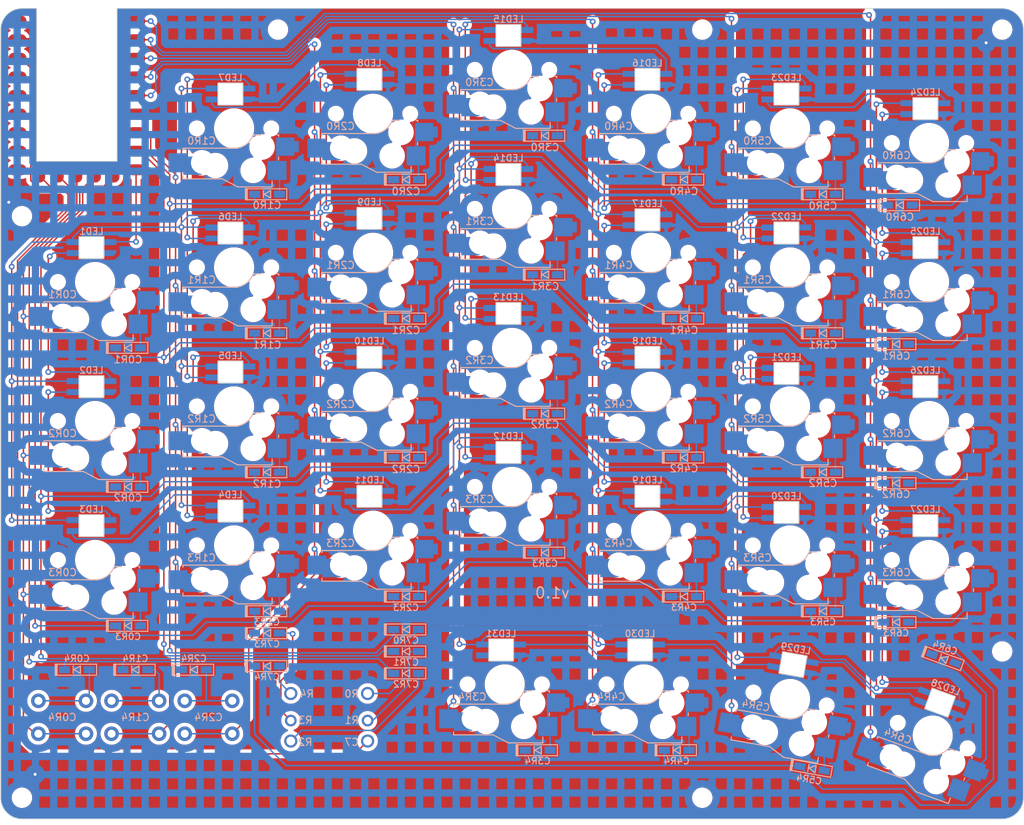
<source format=kicad_pcb>
(kicad_pcb (version 20221018) (generator pcbnew)
  (layers (0 "F.Cu" signal) (31 "B.Cu" signal) (34 "B.Paste" user) (35 "F.Paste" user) (36 "B.SilkS" user "B.Silkscreen") (37 "F.SilkS" user "F.Silkscreen") (38 "B.Mask" user) (39 "F.Mask" user) (44 "Edge.Cuts" user))
  (net 0 "")
  (net 1 "row0")
  (net 2 "Net-(D17-A)")
  (net 3 "row4")
  (net 4 "row1")
  (net 5 "col6")
  (net 6 "row2")
  (net 7 "row3")
  (net 8 "Net-(D1-A)")
  (net 9 "GND")
  (net 10 "VCC")
  (net 11 "Net-(D2-A)")
  (net 12 "Net-(D3-A)")
  (net 13 "LED")
  (net 14 "Net-(D4-A)")
  (net 15 "Net-(D5-A)")
  (net 16 "Net-(D6-A)")
  (net 17 "Net-(D7-A)")
  (net 18 "Net-(D8-A)")
  (net 19 "Net-(D9-A)")
  (net 20 "Net-(D10-A)")
  (net 21 "Net-(D11-A)")
  (net 22 "Net-(D12-A)")
  (net 23 "Net-(D13-A)")
  (net 24 "Net-(D14-A)")
  (net 25 "Net-(D15-A)")
  (net 26 "Net-(D16-A)")
  (net 27 "Net-(D18-A)")
  (net 28 "Net-(D19-A)")
  (net 29 "Net-(D20-A)")
  (net 30 "Net-(D21-A)")
  (net 31 "Net-(D22-A)")
  (net 32 "col2")
  (net 33 "col3")
  (net 34 "col4")
  (net 35 "col0")
  (net 36 "col1")
  (net 37 "Net-(D23-A)")
  (net 38 "Net-(D24-A)")
  (net 39 "Net-(D25-A)")
  (net 40 "Net-(D26-A)")
  (net 41 "Net-(D27-A)")
  (net 42 "Net-(D28-A)")
  (net 43 "Net-(D29-A)")
  (net 44 "Net-(D30-A)")
  (net 45 "Net-(D31-A)")
  (net 46 "Net-(D32-A)")
  (net 47 "Net-(D33-A)")
  (net 48 "Net-(LED19-DOUT)")
  (net 49 "Net-(LED1-DOUT)")
  (net 50 "Net-(LED2-DOUT)")
  (net 51 "Net-(LED3-DOUT)")
  (net 52 "Net-(LED4-DOUT)")
  (net 53 "Net-(LED5-DOUT)")
  (net 54 "Net-(LED6-DOUT)")
  (net 55 "Net-(LED7-DOUT)")
  (net 56 "Net-(LED8-DOUT)")
  (net 57 "Net-(LED10-DIN)")
  (net 58 "Net-(LED10-DOUT)")
  (net 59 "Net-(LED11-DOUT)")
  (net 60 "Net-(LED12-DOUT)")
  (net 61 "Net-(LED13-DOUT)")
  (net 62 "Net-(LED14-DOUT)")
  (net 63 "Net-(LED15-DOUT)")
  (net 64 "Net-(LED16-DOUT)")
  (net 65 "Net-(LED17-DOUT)")
  (net 66 "Net-(LED18-DOUT)")
  (net 67 "Net-(LED20-DOUT)")
  (net 68 "Net-(LED21-DOUT)")
  (net 69 "Net-(LED22-DOUT)")
  (net 70 "Net-(LED23-DOUT)")
  (net 71 "Net-(LED24-DOUT)")
  (net 72 "Net-(LED25-DOUT)")
  (net 73 "Net-(LED26-DOUT)")
  (net 74 "Net-(LED27-DOUT)")
  (net 75 "col5")
  (net 76 "Net-(D34-A)")
  (net 77 "Net-(D35-A)")
  (net 78 "Net-(D36-A)")
  (net 79 "col7")
  (net 80 "Net-(LED28-DOUT)")
  (net 81 "Net-(LED29-DOUT)")
  (net 82 "Net-(LED30-DOUT)")
  (net 94 "Net-(D37-A)")
  (net 95 "Net-(D38-A)")
  (net 96 "Net-(D39-A)")
  (footprint "zzkeeb:Switch_MXKS-hotswap-south-ks3d" (layer "F.Cu") (at 125.5 118.999999)
    (fp_text reference "SW19" hide)
    (fp_text value "Switch" hide)
  )
  (footprint "zzkeeb:Switch_MXKS-hotswap-south-ks3d" (layer "F.Cu") (at 68.5 78.999999)
    (fp_text reference "SW2" hide)
    (fp_text value "Switch" hide)
  )
  (footprint "zzkeeb:Button_Push-6mm" (layer "F.Cu") (at 26 161.499999)
    (fp_text reference "SW28" hide)
    (fp_text value "Switch" hide)
  )
  (footprint "zzkeeb:Switch_MXKS-hotswap-south-ks3d" (layer "F.Cu") (at 105.5 156.999999)
    (fp_text reference "SW32" hide)
    (fp_text value "Switch" hide)
  )
  (footprint "zzkeeb:Switch_MXKS-hotswap-south-ks3d" (layer "F.Cu") (at 106.5 79)
    (fp_text reference "SW4" hide)
    (fp_text value "Switch" hide)
  )
  (footprint "zzkeeb:Switch_MXKS-hotswap-south-ks3d" (layer "F.Cu") (at 68.5 116.999999)
    (fp_text reference "SW16" hide)
    (fp_text value "Switch" hide)
  )
  (footprint "zzkeeb:Switch_MXKS-hotswap-south-ks3d" (layer "F.Cu") (at 106.5 97.999999)
    (fp_text reference "SW11" hide)
    (fp_text value "Switch" hide)
  )
  (footprint "zzkeeb:Switch_MXKS-hotswap-south-ks3d" (layer "F.Cu") (at 106.5 116.999999)
    (fp_text reference "SW18" hide)
    (fp_text value "Switch" hide)
  )
  (footprint "zzkeeb:Logo_QMK-soldermask" (layer "F.Cu") (at 147 71.499999)
    (fp_text reference "REF**" hide)
    (fp_text value "Logo_QMK-soldermask" hide)
  )
  (footprint "zzkeeb:MCU_rp2040-zero-smd" (layer "F.Cu") (at 28 76.499999)
    (fp_text reference "MCU1" hide)
    (fp_text value "rp2040-zero" hide)
  )
  (footprint "zzkeeb:Switch_MXKS-hotswap-south-ks3d" (layer "F.Cu") (at 144.5 139.999999)
    (fp_text reference "SW27" hide)
    (fp_text value "Switch" hide)
  )
  (footprint "zzkeeb:Switch_MXKS-hotswap-south-ks3d" (layer "F.Cu") (at 68.5 135.999999)
    (fp_text reference "SW23" hide)
    (fp_text value "Switch" hide)
  )
  (footprint "zzkeeb:Switch_MXKS-hotswap-south-ks3d" (layer "F.Cu") (at 49.5 137.999999)
    (fp_text reference "SW22" hide)
    (fp_text value "Switch" hide)
  )
  (footprint "zzkeeb:Button_Push-6mm" (layer "F.Cu") (at 46 161.499999)
    (fp_text reference "SW30" hide)
    (fp_text value "Switch" hide)
  )
  (footprint "zzkeeb:Switch_MXKS-hotswap-south-ks3d" (layer "F.Cu") (at 30.5 139.999999)
    (fp_text reference "SW21" hide)
    (fp_text value "Switch" hide)
  )
  (footprint "zzkeeb:Switch_MXKS-hotswap-south-ks3d" (layer "F.Cu") (at 144.5 120.999999)
    (fp_text reference "SW20" hide)
    (fp_text value "Switch" hide)
  )
  (footprint "zzkeeb:Switch_MXKS-hotswap-south-ks3d" (layer "F.Cu") (at 144.5 101.999999)
    (fp_text reference "SW13" hide)
    (fp_text value "Switch" hide)
  )
  (footprint "zzkeeb:Switch_MXKS-hotswap-south-ks3d" (layer "F.Cu") (at 49.5 118.999999)
    (fp_text reference "SW15" hide)
    (fp_text value "Switch" hide)
  )
  (footprint "zzkeeb:Hole_M2" (layer "F.Cu") (at 113.5 172.499999)
    (fp_text reference "H7" hide)
    (fp_text value "MountingHole" hide)
  )
  (footprint "zzkeeb:Switch_MXKS-hotswap-south-ks3d" (layer "F.Cu") (at 87.5 110.999999)
    (fp_text reference "SW17" hide)
    (fp_text value "Switch" hide)
  )
  (footprint "zzkeeb:Hole_M2" (layer "F.Cu") (at 154.5 67.499999)
    (fp_text reference "H1" hide)
    (fp_text value "MountingHole" hide)
  )
  (footprint "zzkeeb:Switch_MXKS-hotswap-south-ks3d" (layer "F.Cu") (at 87.5 91.999999)
    (fp_text reference "SW10" hide)
    (fp_text value "Switch" hide)
  )
  (footprint "zzkeeb:Switch_MXKS-hotswap-south-ks3d" (layer "F.Cu") (at 87.5 72.999999)
    (fp_text reference "SW3" hide)
    (fp_text value "Switch" hide)
  )
  (footprint "zzkeeb:Hole_M2" (layer "F.Cu") (at 20.5 172.499999)
    (fp_text reference "H2" hide)
    (fp_text value "MountingHole" hide)
  )
  (footprint "zzkeeb:Switch_MXKS-hotswap-south-ks3d" (layer "F.Cu") (at 86.5 156.999999)
    (fp_text reference "SW31" hide)
    (fp_text value "Switch" hide)
  )
  (footprint "zzkeeb:Switch_MXKS-hotswap-south-ks3d" (layer "F.Cu") (at 87.5 129.999999)
    (fp_text reference "SW24" hide)
    (fp_text value "Switch" hide)
  )
  (footprint "zzkeeb:Switch_MXKS-hotswap-south-ks3d" (layer "F.Cu") (at 30.5 101.999999)
    (fp_text reference "SW7" hide)
    (fp_text value "Switch" hide)
  )
  (footprint "zzkeeb:Button_Push-6mm" (layer "F.Cu") (at 36 161.499999)
    (fp_text reference "SW29" hide)
    (fp_text value "Switch" hide)
  )
  (footprint "zzkeeb:Hole_M2" (layer "F.Cu") (at 113.5 67.499999)
    (fp_text reference "H4" hide)
    (fp_text value "MountingHole" hide)
  )
  (footprint "zzkeeb:Switch_MXKS-hotswap-south-ks3d" (layer "F.Cu") (at 144.5 82.999999)
    (fp_text reference "SW6" hide)
    (fp_text value "Switch" hide)
  )
  (footprint "zzkeeb:Switch_MXKS-hotswap-south-ks3d" (layer "F.Cu") (at 30.5 120.999999)
    (fp_text reference "SW14" hide)
    (fp_text value "Switch" hide)
  )
  (footprint "zzkeeb:Button_5way" (layer "F.Cu") (at 62.5 161.499999)
    (fp_text reference "FiveWay1" hide)
    (fp_text value "5Way-Tactile_K1-1506DN-01")
  )
  (footprint "zzkeeb:Switch_MXKS-hotswap-south-ks3d" (layer "F.Cu") (at 49.5 80.999999)
    (fp_text reference "SW1" hide)
    (fp_text value "Switch" hide)
  )
  (footprint "zzkeeb:Hole_M2" (layer "F.Cu") (at 154.5 152.499999)
    (fp_text reference "H5" hide)
    (fp_text value "MountingHole" hide)
  )
  (footprint "zzkeeb:Switch_MXKS-hotswap-south-ks3d" (layer "F.Cu") (at 125.5 99.999999)
    (fp_text reference "SW12" hide)
    (fp_text value "Switch" hide)
  )
  (footprint "zzkeeb:Switch_MXKS-hotswap-south-ks3d" (layer "F.Cu") (at 106.5 135.999999)
    (fp_text reference "SW25" hide)
    (fp_text value "Switch" hide)
  )
  (footprint "zzkeeb:Hole_M2" (layer "F.Cu") (at 20.5 92.999999)
    (fp_text reference "H6" hide)
    (fp_text value "MountingHole" hide)
  )
  (footprint "zzkeeb:Switch_MXKS-hotswap-south-ks3d" (layer "F.Cu") (at 125.5 158.999999 -10)
    (fp_text reference "SW33" hide)
    (fp_text value "Switch" hide)
  )
  (footprint "zzkeeb:Switch_MXKS-hotswap-south-ks3d" (layer "F.Cu") (at 125.5 137.999999)
    (fp_text reference "SW26" hide)
    (fp_text value "Switch" hide)
  )
  (footprint "zzkeeb:Switch_MXKS-hotswap-south-ks3d" (layer "F.Cu") (at 145 163.999999 -20)
    (fp_text reference "SW34" hide)
    (fp_text value "Switch" hide)
  )
  (footprint "zzkeeb:Switch_MXKS-hotswap-south-ks3d" (layer "F.Cu") (at 68.5 97.999999)
    (fp_text reference "SW9" hide)
    (fp_text value "Switch" hide)
  )
  (footprint "zzkeeb:Switch_MXKS-hotswap-south-ks3d" (layer "F.Cu") (at 125.5 80.999999)
    (fp_text reference "SW5" hide)
    (fp_text value "Switch" hide)
  )
  (footprint "zzkeeb:Hole_M2" (layer "F.Cu") (at 55.5 67.499999)
    (fp_text reference "H3" hide)
    (fp_text value "MountingHole" hide)
  )
  (footprint "zzkeeb:Switch_MXKS-hotswap-south-ks3d" (layer "F.Cu") (at 49.5 99.999999)
    (fp_text reference "SW8" hide)
    (fp_text value "Switch" hide)
  )
  (footprint "zzkeeb:LED_SK6812-MINI-E" (layer "B.Cu") (at 105 152.299999 180)
    (fp_text reference "LED30")
    (fp_text value "YS-SK6812MINI-E" hide)
    (fp_line (start -1.7 -1.5) (end 1.7 -1.5) (stroke (width 0.12)) (layer "Edge.Cuts"))
    (fp_line (start -1.7 1.5) (end -1.7 -1.5) (stroke (width 0.12)) (layer "Edge.Cuts"))
    (fp_line (start 1.7 -1.5) (end 1.7 1.5) (stroke (width 0.12)) (layer "Edge.Cuts"))
    (fp_line (start 1.7 1.5) (end -1.7 1.5) (stroke (width 0.12)) (layer "Edge.Cuts"))
  )
  (footprint "zzkeeb:LED_SK6812-MINI-E" (layer "B.Cu") (at 49 114.299999 180)
    (fp_text reference "LED5")
    (fp_text value "YS-SK6812MINI-E" hide)
    (fp_line (start -1.7 -1.5) (end 1.7 -1.5) (stroke (width 0.12)) (layer "Edge.Cuts"))
    (fp_line (start -1.7 1.5) (end -1.7 -1.5) (stroke (width 0.12)) (layer "Edge.Cuts"))
    (fp_line (start 1.7 -1.5) (end 1.7 1.5) (stroke (width 0.12)) (layer "Edge.Cuts"))
    (fp_line (start 1.7 1.5) (end -1.7 1.5) (stroke (width 0.12)) (layer "Edge.Cuts"))
  )
  (footprint "zzkeeb:Diode_1N4148-SOD123" (layer "B.Cu") (at 130 89.999999)
    (fp_text reference "D5" hide)
    (fp_text value "D" hide)
  )
  (footprint "zzkeeb:LED_SK6812-MINI-E" (layer "B.Cu") (at 68 131.299999 180)
    (fp_text reference "LED11")
    (fp_text value "YS-SK6812MINI-E" hide)
    (fp_line (start -1.7 -1.5) (end 1.7 -1.5) (stroke (width 0.12)) (layer "Edge.Cuts"))
    (fp_line (start -1.7 1.5) (end -1.7 -1.5) (stroke (width 0.12)) (layer "Edge.Cuts"))
    (fp_line (start 1.7 -1.5) (end 1.7 1.5) (stroke (width 0.12)) (layer "Edge.Cuts"))
    (fp_line (start 1.7 1.5) (end -1.7 1.5) (stroke (width 0.12)) (layer "Edge.Cuts"))
  )
  (footprint "zzkeeb:Diode_1N4148-SOD123" (layer "B.Cu") (at 54 89.999999)
    (fp_text reference "D1" hide)
    (fp_text value "D" hide)
  )
  (footprint "zzkeeb:LED_SK6812-MINI-E" (layer "B.Cu") (at 49 76.299999 180)
    (fp_text reference "LED7")
    (fp_text value "YS-SK6812MINI-E" hide)
    (fp_line (start -1.7 -1.5) (end 1.7 -1.5) (stroke (width 0.12)) (layer "Edge.Cuts"))
    (fp_line (start -1.7 1.5) (end -1.7 -1.5) (stroke (width 0.12)) (layer "Edge.Cuts"))
    (fp_line (start 1.7 -1.5) (end 1.7 1.5) (stroke (width 0.12)) (layer "Edge.Cuts"))
    (fp_line (start 1.7 1.5) (end -1.7 1.5) (stroke (width 0.12)) (layer "Edge.Cuts"))
  )
  (footprint "zzkeeb:Diode_1N4148-SOD123" (layer "B.Cu") (at 73 149.499999)
    (fp_text reference "D35" hide)
    (fp_text value "D" hide)
  )
  (footprint "zzkeeb:LED_SK6812-MINI-E" (layer "B.Cu") (at 68 74.299999 180)
    (fp_text reference "LED8")
    (fp_text value "YS-SK6812MINI-E" hide)
    (fp_line (start -1.7 -1.5) (end 1.7 -1.5) (stroke (width 0.12)) (layer "Edge.Cuts"))
    (fp_line (start -1.7 1.5) (end -1.7 -1.5) (stroke (width 0.12)) (layer "Edge.Cuts"))
    (fp_line (start 1.7 -1.5) (end 1.7 1.5) (stroke (width 0.12)) (layer "Edge.Cuts"))
    (fp_line (start 1.7 1.5) (end -1.7 1.5) (stroke (width 0.12)) (layer "Edge.Cuts"))
  )
  (footprint "zzkeeb:LED_SK6812-MINI-E" (layer "B.Cu") (at 106 93.499999 180)
    (fp_text reference "LED17")
    (fp_text value "YS-SK6812MINI-E" hide)
    (fp_line (start -1.7 -1.5) (end 1.7 -1.5) (stroke (width 0.12)) (layer "Edge.Cuts"))
    (fp_line (start -1.7 1.5) (end -1.7 -1.5) (stroke (width 0.12)) (layer "Edge.Cuts"))
    (fp_line (start 1.7 -1.5) (end 1.7 1.5) (stroke (width 0.12)) (layer "Edge.Cuts"))
    (fp_line (start 1.7 1.5) (end -1.7 1.5) (stroke (width 0.12)) (layer "Edge.Cuts"))
  )
  (footprint "zzkeeb:Diode_1N4148-SOD123" (layer "B.Cu") (at 73 125.999999)
    (fp_text reference "D16" hide)
    (fp_text value "D" hide)
  )
  (footprint "zzkeeb:Diode_1N4148-SOD123" (layer "B.Cu") (at 44 154.999999)
    (fp_text reference "D30" hide)
    (fp_text value "D" hide)
  )
  (footprint "zzkeeb:Diode_1N4148-SOD123" (layer "B.Cu") (at 91 165.999999)
    (fp_text reference "D31" hide)
    (fp_text value "D" hide)
  )
  (footprint "zzkeeb:LED_SK6812-MINI-E" (layer "B.Cu") (at 87 106.299999 180)
    (fp_text reference "LED13")
    (fp_text value "YS-SK6812MINI-E" hide)
    (fp_line (start -1.7 -1.5) (end 1.7 -1.5) (stroke (width 0.12)) (layer "Edge.Cuts"))
    (fp_line (start -1.7 1.5) (end -1.7 -1.5) (stroke (width 0.12)) (layer "Edge.Cuts"))
    (fp_line (start 1.7 -1.5) (end 1.7 1.5) (stroke (width 0.12)) (layer "Edge.Cuts"))
    (fp_line (start 1.7 1.5) (end -1.7 1.5) (stroke (width 0.12)) (layer "Edge.Cuts"))
  )
  (footprint "zzkeeb:Diode_1N4148-SOD123" (layer "B.Cu") (at 130 146.999999)
    (fp_text reference "D26" hide)
    (fp_text value "D" hide)
  )
  (footprint "zzkeeb:Diode_1N4148-SOD123" (layer "B.Cu") (at 111 106.999999)
    (fp_text reference "D11" hide)
    (fp_text value "D" hide)
  )
  (footprint "zzkeeb:LED_SK6812-MINI-E" (layer "B.Cu") (at 106 74.299999 180)
    (fp_text reference "LED16")
    (fp_text value "YS-SK6812MINI-E" hide)
    (fp_line (start -1.7 -1.5) (end 1.7 -1.5) (stroke (width 0.12)) (layer "Edge.Cuts"))
    (fp_line (start -1.7 1.5) (end -1.7 -1.5) (stroke (width 0.12)) (layer "Edge.Cuts"))
    (fp_line (start 1.7 -1.5) (end 1.7 1.5) (stroke (width 0.12)) (layer "Edge.Cuts"))
    (fp_line (start 1.7 1.5) (end -1.7 1.5) (stroke (width 0.12)) (layer "Edge.Cuts"))
  )
  (footprint "zzkeeb:Diode_1N4148-SOD123" (layer "B.Cu") (at 92 119.999999)
    (fp_text reference "D17" hide)
    (fp_text value "D" hide)
  )
  (footprint "zzkeeb:LED_SK6812-MINI-E" (layer "B.Cu") (at 68 93.299999 180)
    (fp_text reference "LED9")
    (fp_text value "YS-SK6812MINI-E" hide)
    (fp_line (start -1.7 -1.5) (end 1.7 -1.5) (stroke (width 0.12)) (layer "Edge.Cuts"))
    (fp_line (start -1.7 1.5) (end -1.7 -1.5) (stroke (width 0.12)) (layer "Edge.Cuts"))
    (fp_line (start 1.7 -1.5) (end 1.7 1.5) (stroke (width 0.12)) (layer "Edge.Cuts"))
    (fp_line (start 1.7 1.5) (end -1.7 1.5) (stroke (width 0.12)) (layer "Edge.Cuts"))
  )
  (footprint "zzkeeb:LED_SK6812-MINI-E" (layer "B.Cu") (at 146 159.499999 160)
    (fp_text reference "LED28")
    (fp_text value "YS-SK6812MINI-E" hide)
    (fp_line (start -1.7 -1.5) (end 1.7 -1.5) (stroke (width 0.12)) (layer "Edge.Cuts"))
    (fp_line (start -1.7 1.5) (end -1.7 -1.5) (stroke (width 0.12)) (layer "Edge.Cuts"))
    (fp_line (start 1.7 -1.5) (end 1.7 1.5) (stroke (width 0.12)) (layer "Edge.Cuts"))
    (fp_line (start 1.7 1.5) (end -1.7 1.5) (stroke (width 0.12)) (layer "Edge.Cuts"))
  )
  (footprint "zzkeeb:LED_SK6812-MINI-E" (layer "B.Cu") (at 30 116.299999 180)
    (fp_text reference "LED2")
    (fp_text value "YS-SK6812MINI-E" hide)
    (fp_line (start -1.7 -1.5) (end 1.7 -1.5) (stroke (width 0.12)) (layer "Edge.Cuts"))
    (fp_line (start -1.7 1.5) (end -1.7 -1.5) (stroke (width 0.12)) (layer "Edge.Cuts"))
    (fp_line (start 1.7 -1.5) (end 1.7 1.5) (stroke (width 0.12)) (layer "Edge.Cuts"))
    (fp_line (start 1.7 1.5) (end -1.7 1.5) (stroke (width 0.12)) (layer "Edge.Cuts"))
  )
  (footprint "zzkeeb:LED_SK6812-MINI-E" (layer "B.Cu") (at 87 125.299999 180)
    (fp_text reference "LED12")
    (fp_text value "YS-SK6812MINI-E" hide)
    (fp_line (start -1.7 -1.5) (end 1.7 -1.5) (stroke (width 0.12)) (layer "Edge.Cuts"))
    (fp_line (start -1.7 1.5) (end -1.7 -1.5) (stroke (width 0.12)) (layer "Edge.Cuts"))
    (fp_line (start 1.7 -1.5) (end 1.7 1.5) (stroke (width 0.12)) (layer "Edge.Cuts"))
    (fp_line (start 1.7 1.5) (end -1.7 1.5) (stroke (width 0.12)) (layer "Edge.Cuts"))
  )
  (footprint "zzkeeb:LED_SK6812-MINI-E" (layer "B.Cu") (at 125 95.299999 180)
    (fp_text reference "LED22")
    (fp_text value "YS-SK6812MINI-E" hide)
    (fp_line (start -1.7 -1.5) (end 1.7 -1.5) (stroke (width 0.12)) (layer "Edge.Cuts"))
    (fp_line (start -1.7 1.5) (end -1.7 -1.5) (stroke (width 0.12)) (layer "Edge.Cuts"))
    (fp_line (start 1.7 -1.5) (end 1.7 1.5) (stroke (width 0.12)) (layer "Edge.Cuts"))
    (fp_line (start 1.7 1.5) (end -1.7 1.5) (stroke (width 0.12)) (layer "Edge.Cuts"))
  )
  (footprint "zzkeeb:LED_SK6812-MINI-E" (layer "B.Cu") (at 144 97.299999 180)
    (fp_text reference "LED25")
    (fp_text value "YS-SK6812MINI-E" hide)
    (fp_line (start -1.7 -1.5) (end 1.7 -1.5) (stroke (width 0.12)) (layer "Edge.Cuts"))
    (fp_line (start -1.7 1.5) (end -1.7 -1.5) (stroke (width 0.12)) (layer "Edge.Cuts"))
    (fp_line (start 1.7 -1.5) (end 1.7 1.5) (stroke (width 0.12)) (layer "Edge.Cuts"))
    (fp_line (start 1.7 1.5) (end -1.7 1.5) (stroke (width 0.12)) (layer "Edge.Cuts"))
  )
  (footprint "zzkeeb:Diode_1N4148-SOD123" (layer "B.Cu") (at 110 165.999999)
    (fp_text reference "D32" hide)
    (fp_text value "D" hide)
  )
  (footprint "zzkeeb:Diode_1N4148-SOD123" (layer "B.Cu") (at 92 100.999999)
    (fp_text reference "D10" hide)
    (fp_text value "D" hide)
  )
  (footprint "zzkeeb:Diode_1N4148-SOD123" (layer "B.Cu") (at 73 155.499999)
    (fp_text reference "D37" hide)
    (fp_text value "D" hide)
  )
  (footprint "zzkeeb:Diode_1N4148-SOD123" (layer "B.Cu") (at 140 129.499999)
    (fp_text reference "D20" hide)
    (fp_text value "D" hide)
  )
  (footprint "zzkeeb:LED_SK6812-MINI-E" (layer "B.Cu") (at 125 114.499999 180)
    (fp_text reference "LED21")
    (fp_text value "YS-SK6812MINI-E" hide)
    (fp_line (start -1.7 -1.5) (end 1.7 -1.5) (stroke (width 0.12)) (layer "Edge.Cuts"))
    (fp_line (start -1.7 1.5) (end -1.7 -1.5) (stroke (width 0.12)) (layer "Edge.Cuts"))
    (fp_line (start 1.7 -1.5) (end 1.7 1.5) (stroke (width 0.12)) (layer "Edge.Cuts"))
    (fp_line (start 1.7 1.5) (end -1.7 1.5) (stroke (width 0.12)) (layer "Edge.Cuts"))
  )
  (footprint "zzkeeb:LED_SK6812-MINI-E" (layer "B.Cu") (at 144 135.299999 180)
    (fp_text reference "LED27")
    (fp_text value "YS-SK6812MINI-E" hide)
    (fp_line (start -1.7 -1.5) (end 1.7 -1.5) (stroke (width 0.12)) (layer "Edge.Cuts"))
    (fp_line (start -1.7 1.5) (end -1.7 -1.5) (stroke (width 0.12)) (layer "Edge.Cuts"))
    (fp_line (start 1.7 -1.5) (end 1.7 1.5) (stroke (width 0.12)) (layer "Edge.Cuts"))
    (fp_line (start 1.7 1.5) (end -1.7 1.5) (stroke (width 0.12)) (layer "Edge.Cuts"))
  )
  (footprint "zzkeeb:LED_SK6812-MINI-E" (layer "B.Cu") (at 125.9 154.299999 170)
    (fp_text reference "LED29")
    (fp_text value "YS-SK6812MINI-E" hide)
    (fp_line (start -1.7 -1.5) (end 1.7 -1.5) (stroke (width 0.12)) (layer "Edge.Cuts"))
    (fp_line (start -1.7 1.5) (end -1.7 -1.5) (stroke (width 0.12)) (layer "Edge.Cuts"))
    (fp_line (start 1.7 -1.5) (end 1.7 1.5) (stroke (width 0.12)) (layer "Edge.Cuts"))
    (fp_line (start 1.7 1.5) (end -1.7 1.5) (stroke (width 0.12)) (layer "Edge.Cuts"))
  )
  (footprint "zzkeeb:LED_SK6812-MINI-E" (layer "B.Cu") (at 106 112.299999 180)
    (fp_text reference "LED18")
    (fp_text value "YS-SK6812MINI-E" hide)
    (fp_line (start -1.7 -1.5) (end 1.7 -1.5) (stroke (width 0.12)) (layer "Edge.Cuts"))
    (fp_line (start -1.7 1.5) (end -1.7 -1.5) (stroke (width 0.12)) (layer "Edge.Cuts"))
    (fp_line (start 1.7 -1.5) (end 1.7 1.5) (stroke (width 0.12)) (layer "Edge.Cuts"))
    (fp_line (start 1.7 1.5) (end -1.7 1.5) (stroke (width 0.12)) (layer "Edge.Cuts"))
  )
  (footprint "zzkeeb:Diode_1N4148-SOD123" (layer "B.Cu") (at 54 108.999999)
    (fp_text reference "D8" hide)
    (fp_text value "D" hide)
  )
  (footprint "zzkeeb:LED_SK6812-MINI-E" (layer "B.Cu") (at 49 133.299999 180)
    (fp_text reference "LED4")
    (fp_text value "YS-SK6812MINI-E" hide)
    (fp_line (start -1.7 -1.5) (end 1.7 -1.5) (stroke (width 0.12)) (layer "Edge.Cuts"))
    (fp_line (start -1.7 1.5) (end -1.7 -1.5) (stroke (width 0.12)) (layer "Edge.Cuts"))
    (fp_line (start 1.7 -1.5) (end 1.7 1.5) (stroke (width 0.12)) (layer "Edge.Cuts"))
    (fp_line (start 1.7 1.5) (end -1.7 1.5) (stroke (width 0.12)) (layer "Edge.Cuts"))
  )
  (footprint "zzkeeb:LED_SK6812-MINI-E" (layer "B.Cu") (at 87 68.299999 180)
    (fp_text reference "LED15")
    (fp_text value "YS-SK6812MINI-E" hide)
    (fp_line (start -1.7 -1.5) (end 1.7 -1.5) (stroke (width 0.12)) (layer "Edge.Cuts"))
    (fp_line (start -1.7 1.5) (end -1.7 -1.5) (stroke (width 0.12)) (layer "Edge.Cuts"))
    (fp_line (start 1.7 -1.5) (end 1.7 1.5) (stroke (width 0.12)) (layer "Edge.Cuts"))
    (fp_line (start 1.7 1.5) (end -1.7 1.5) (stroke (width 0.12)) (layer "Edge.Cuts"))
  )
  (footprint "zzkeeb:Diode_1N4148-SOD123" (layer "B.Cu") (at 73 144.999999)
    (fp_text reference "D23" hide)
    (fp_text value "D" hide)
  )
  (footprint "zzkeeb:Diode_1N4148-SOD123" (layer "B.Cu") (at 92 138.999999)
    (fp_text reference "D24" hide)
    (fp_text value "D" hide)
  )
  (footprint "zzkeeb:LED_SK6812-MINI-E" (layer "B.Cu") (at 144 116.299999 180)
    (fp_text reference "LED26")
    (fp_text value "YS-SK6812MINI-E" hide)
    (fp_line (start -1.7 -1.5) (end 1.7 -1.5) (stroke (width 0.12)) (layer "Edge.Cuts"))
    (fp_line (start -1.7 1.5) (end -1.7 -1.5) (stroke (width 0.12)) (layer "Edge.Cuts"))
    (fp_line (start 1.7 -1.5) (end 1.7 1.5) (stroke (width 0.12)) (layer "Edge.Cuts"))
    (fp_line (start 1.7 1.5) (end -1.7 1.5) (stroke (width 0.12)) (layer "Edge.Cuts"))
  )
  (footprint "zzkeeb:Diode_1N4148-SOD123" (layer "B.Cu") (at 54 149.999999)
    (fp_text reference "D38" hide)
    (fp_text value "D" hide)
  )
  (footprint "zzkeeb:Diode_1N4148-SOD123" (layer "B.Cu") (at 35 129.999999)
    (fp_text reference "D14" hide)
    (fp_text value "D" hide)
  )
  (footprint "zzkeeb:Diode_1N4148-SOD123" (layer "B.Cu") (at 128.5 168.499999 -10)
    (fp_text reference "D33" hide)
    (fp_text value "D" hide)
  )
  (footprint "zzkeeb:LED_SK6812-MINI-E" (layer "B.Cu") (at 86 152.299999 180)
    (fp_text reference "LED31")
    (fp_text value "YS-SK6812MINI-E" hide)
    (fp_line (start -1.7 -1.5) (end 1.7 -1.5) (stroke (width 0.12)) (layer "Edge.Cuts"))
    (fp_line (start -1.7 1.5) (end -1.7 -1.5) (stroke (width 0.12)) (layer "Edge.Cuts"))
    (fp_line (start 1.7 -1.5) (end 1.7 1.5) (stroke (width 0.12)) (layer "Edge.Cuts"))
    (fp_line (start 1.7 1.5) (end -1.7 1.5) (stroke (width 0.12)) (layer "Edge.Cuts"))
  )
  (footprint "zzkeeb:Diode_1N4148-SOD123" (layer "B.Cu") (at 73 87.999999)
    (fp_text reference "D2" hide)
    (fp_text value "D" hide)
  )
  (footprint "zzkeeb:Diode_1N4148-SOD123" (layer "B.Cu") (at 28 154.999999)
    (fp_text reference "D28" hide)
    (fp_text value "D" hide)
  )
  (footprint "zzkeeb:LED_SK6812-MINI-E" (layer "B.Cu") (at 68 112.299999 180)
    (fp_text reference "LED10")
    (fp_text value "YS-SK6812MINI-E" hide)
    (fp_line (start -1.7 -1.5) (end 1.7 -1.5) (stroke (width 0.12)) (layer "Edge.Cuts"))
    (fp_line (start -1.7 1.5) (end -1.7 -1.5) (stroke (width 0.12)) (layer "Edge.Cuts"))
    (fp_line (start 1.7 -1.5) (end 1.7 1.5) (stroke (width 0.12)) (layer "Edge.Cuts"))
    (fp_line (start 1.7 1.5) (end -1.7 1.5) (stroke (width 0.12)) (layer "Edge.Cuts"))
  )
  (footprint "zzkeeb:Diode_1N4148-SOD123" (layer "B.Cu") (at 35 148.999999)
    (fp_text reference "D21" hide)
    (fp_text value "D" hide)
  )
  (footprint "zzkeeb:Diode_1N4148-SOD123" (layer "B.Cu") (at 35 110.999999)
    (fp_text reference "D7" hide)
    (fp_text value "D" hide)
  )
  (footprint "zzkeeb:Diode_1N4148-SOD123" (layer "B.Cu") (at 111 125.999999)
    (fp_text reference "D18" hide)
    (fp_text value "D" hide)
  )
  (footprint "zzkeeb:Diode_1N4148-SOD123" (layer "B.Cu") (at 92 81.999999)
    (fp_text reference "D3" hide)
    (fp_text value "D" hide)
  )
  (footprint "zzkeeb:LED_SK6812-MINI-E" (layer "B.Cu") (at 125 133.499999 180)
    (fp_text reference "LED20")
    (fp_text value "YS-SK6812MINI-E" hide)
    (fp_line (start -1.7 -1.5) (end 1.7 -1.5) (stroke (width 0.12)) (layer "Edge.Cuts"))
    (fp_line (start -1.7 1.5) (end -1.7 -1.5) (stroke (width 0.12)) (layer "Edge.Cuts"))
    (fp_line (start 1.7 -1.5) (end 1.7 1.5) (stroke (width 0.12)) (layer "Edge.Cuts"))
    (fp_line (start 1.7 1.5) (end -1.7 1.5) (stroke (width 0.12)) (layer "Edge.Cuts"))
  )
  (footprint "zzkeeb:Diode_1N4148-SOD123" (layer "B.Cu") (at 130 127.999999)
    (fp_text reference "D19" hide)
    (fp_text value "D" hide)
  )
  (footprint "zzkeeb:LED_SK6812-MINI-E" (layer "B.Cu") (at 49 95.299999 180)
    (fp_text reference "LED6")
    (fp_text value "YS-SK6812MINI-E" hide)
    (fp_line (start -1.7 -1.5) (end 1.7 -1.5) (stroke (width 0.12)) (layer "Edge.Cuts"))
    (fp_line (start -1.7 1.5) (end -1.7 -1.5) (stroke (width 0.12)) (layer "Edge.Cuts"))
    (fp_line (start 1.7 -1.5) (end 1.7 1.5) (stroke (width 0.12)) (layer "Edge.Cuts"))
    (fp_line (start 1.7 1.5) (end -1.7 1.5) (stroke (width 0.12)) (layer "Edge.Cuts"))
  )
  (footprint "zzkeeb:Diode_1N4148-SOD123" (layer "B.Cu") (at 111 87.999999)
    (fp_text reference "D4" hide)
    (fp_text value "D" hide)
  )
  (footprint "zzkeeb:Diode_1N4148-SOD123" (layer "B.Cu") (at 36 154.999999)
    (fp_text reference "D29" hide)
    (fp_text value "D" hide)
  )
  (footprint "zzkeeb:LED_SK6812-MINI-E" (layer "B.Cu") (at 144 78.299999 180)
    (fp_text reference "LED24")
    (fp_text value "YS-SK6812MINI-E" hide)
    (fp_line (start -1.7 -1.5) (end 1.7 -1.5) (stroke (width 0.12)) (layer "Edge.Cuts"))
    (fp_line (start -1.7 1.5) (end -1.7 -1.5) (stroke (width 0.12)) (layer "Edge.Cuts"))
    (fp_line (start 1.7 -1.5) (end 1.7 1.5) (stroke (width 0.12)) (layer "Edge.Cuts"))
    (fp_line (start 1.7 1.5) (end -1.7 1.5) (stroke (width 0.12)) (layer "Edge.Cuts"))
  )
  (footprint "zzkeeb:Diode_1N4148-SOD123" (layer "B.Cu") (at 54 127.999999)
    (fp_text reference "D15" hide)
    (fp_text value "D" hide)
  )
  (footprint "zzkeeb:Diode_1N4148-SOD123" (layer "B.Cu") (at 140 148.499999)
    (fp_text reference "D27" hide)
    (fp_text value "D" hide)
  )
  (footprint "zzkeeb:LED_SK6812-MINI-E" (layer "B.Cu") (at 30 135.299999 180)
    (fp_text reference "LED3")
    (fp_text value "YS-SK6812MINI-E" hide)
    (fp_line (start -1.7 -1.5) (end 1.7 -1.5) (stroke (width 0.12)) (layer "Edge.Cuts"))
    (fp_line (start -1.7 1.5) (end -1.7 -1.5) (stroke (width 0.12)) (layer "Edge.Cuts"))
    (fp_line (start 1.7 -1.5) (end 1.7 1.5) (stroke (width 0.12)) (layer "Edge.Cuts"))
    (fp_line (start 1.7 1.5) (end -1.7 1.5) (stroke (width 0.12)) (layer "Edge.Cuts"))
  )
  (footprint "zzkeeb:Diode_1N4148-SOD123" (layer "B.Cu") (at 54 154.499999)
    (fp_text reference "D39" hide)
    (fp_text value "D" hide)
  )
  (footprint "zzkeeb:Diode_1N4148-SOD123" (layer "B.Cu") (at 73 152.499999)
    (fp_text reference "D36" hide)
    (fp_text value "D" hide)
  )
  (footprint "zzkeeb:Diode_1N4148-SOD123" (layer "B.Cu") (at 130 108.999999)
    (fp_text reference "D12" hide)
    (fp_text value "D" hide)
  )
  (footprint "zzkeeb:Diode_1N4148-SOD123" (layer "B.Cu") (at 54 146.999999)
    (fp_text reference "D22" hide)
    (fp_text value "D" hide)
  )
  (footprint "zzkeeb:Diode_1N4148-SOD123" (layer "B.Cu") (at 73 106.999999)
    (fp_text reference "D9" hide)
    (fp_text value "D" hide)
  )
  (footprint "zzkeeb:LED_SK6812-MINI-E" (layer "B.Cu") (at 87 87.299999 180)
    (fp_text reference "LED14")
    (fp_text value "YS-SK6812MINI-E" hide)
    (fp_line (start -1.7 -1.5) (end 1.7 -1.5) (stroke (width 0.12)) (layer "Edge.Cuts"))
    (fp_line (start -1.7 1.5) (end -1.7 -1.5) (stroke (width 0.12)) (layer "Edge.Cuts"))
    (fp_line (start 1.7 -1.5) (end 1.7 1.5) (stroke (width 0.12)) (layer "Edge.Cuts"))
    (fp_line (start 1.7 1.5) (end -1.7 1.5) (stroke (width 0.12)) (layer "Edge.Cuts"))
  )
  (footprint "zzkeeb:LED_SK6812-MINI-E" (layer "B.Cu") (at 125 76.299999 180)
    (fp_text reference "LED23")
    (fp_text value "YS-SK6812MINI-E" hide)
    (fp_line (start -1.7 -1.5) (end 1.7 -1.5) (stroke (width 0.12)) (layer "Edge.Cuts"))
    (fp_line (start -1.7 1.5) (end -1.7 -1.5) (stroke (width 0.12)) (layer "Edge.Cuts"))
    (fp_line (start 1.7 -1.5) (end 1.7 1.5) (stroke (width 0.12)) (layer "Edge.Cuts"))
    (fp_line (start 1.7 1.5) (end -1.7 1.5) (stroke (width 0.12)) (layer "Edge.Cuts"))
  )
  (footprint "zzkeeb:LED_SK6812-MINI-E" (layer "B.Cu") (at 30 97.299999 180)
    (fp_text reference "LED1")
    (fp_text value "YS-SK6812MINI-E" hide)
    (fp_line (start -1.7 -1.5) (end 1.7 -1.5) (stroke (width 0.12)) (layer "Edge.Cuts"))
    (fp_line (start -1.7 1.5) (end -1.7 -1.5) (stroke (width 0.12)) (layer "Edge.Cuts"))
    (fp_line (start 1.7 -1.5) (end 1.7 1.5) (stroke (width 0.12)) (layer "Edge.Cuts"))
    (fp_line (start 1.7 1.5) (end -1.7 1.5) (stroke (width 0.12)) (layer "Edge.Cuts"))
  )
  (footprint "zzkeeb:LED_SK6812-MINI-E" (layer "B.Cu") (at 106 131.299999 180)
    (fp_text reference "LED19")
    (fp_text value "YS-SK6812MINI-E" hide)
    (fp_line (start -1.7 -1.5) (end 1.7 -1.5) (stroke (width 0.12)) (layer "Edge.Cuts"))
    (fp_line (start -1.7 1.5) (end -1.7 -1.5) (stroke (width 0.12)) (layer "Edge.Cuts"))
    (fp_line (start 1.7 -1.5) (end 1.7 1.5) (stroke (width 0.12)) (layer "Edge.Cuts"))
    (fp_line (start 1.7 1.5) (end -1.7 1.5) (stroke (width 0.12)) (layer "Edge.Cuts"))
  )
  (footprint "zzkeeb:Diode_1N4148-SOD123" (layer "B.Cu") (at 111 144.999999)
    (fp_text reference "D25" hide)
    (fp_text value "D" hide)
  )
  (footprint "zzkeeb:Diode_1N4148-SOD123" (layer "B.Cu") (at 140.5 91.499999)
    (fp_text reference "D6" hide)
    (fp_text value "D" hide)
  )
  (footprint "zzkeeb:Diode_1N4148-SOD123" (layer "B.Cu") (at 146.5 153.499999 -20)
    (fp_text reference "D34" hide)
    (fp_text value "D" hide)
  )
  (footprint "zzkeeb:Diode_1N4148-SOD123" (layer "B.Cu") (at 140 110.499999)
    (fp_text reference "D13" hide)
    (fp_text value "D" hide)
  )
  (gr_line (start 33.5 85.499999) (end 33.5 64.599999) (stroke (width 0.1)) (layer "Edge.Cuts"))
  (gr_arc (start 157.4 172.499999) (mid 156.55061 174.550609) (end 154.5 175.399999) (stroke (width 0.1)) (layer "Edge.Cuts"))
  (gr_line (start 154.5 175.399999) (end 20.5 175.399999) (stroke (width 0.1)) (layer "Edge.Cuts"))
  (gr_arc (start 154.5 64.599999) (mid 156.55061 65.449389) (end 157.4 67.499999) (stroke (width 0.1)) (layer "Edge.Cuts"))
  (gr_line (start 157.4 67.499999) (end 157.4 172.499999) (stroke (width 0.1)) (layer "Edge.Cuts"))
  (gr_line (start 22.5 85.499999) (end 33.5 85.499999) (stroke (width 0.1)) (layer "Edge.Cuts"))
  (gr_arc (start 20.5 175.399999) (mid 18.44939 174.550609) (end 17.6 172.499999) (stroke (width 0.1)) (layer "Edge.Cuts"))
  (gr_line (start 33.5 64.599999) (end 154.5 64.599999) (stroke (width 0.1)) (layer "Edge.Cuts"))
  (gr_line (start 22.5 64.599999) (end 22.5 85.499999) (stroke (width 0.1)) (layer "Edge.Cuts"))
  (gr_line (start 17.6 172.499999) (end 17.6 67.499999) (stroke (width 0.1)) (layer "Edge.Cuts"))
  (gr_line (start 20.5 64.599999) (end 22.5 64.599999) (stroke (width 0.1)) (layer "Edge.Cuts"))
  (gr_arc (start 17.6 67.499999) (mid 18.44939 65.449389) (end 20.5 64.599999) (stroke (width 0.1)) (layer "Edge.Cuts"))
  (gr_text "R3" (at 60.3 161.899999) (layer "B.SilkS") (effects (font (size 1 1)) (justify left mirror)))
  (gr_text "R0" (at 64.5 158.299999) (layer "B.SilkS") (effects (font (size 1 1)) (justify right mirror)))
  (gr_text "R2" (at 60.3 164.899999) (layer "B.SilkS") (effects (font (size 1 1)) (justify left mirror)))
  (gr_text "R1" (at 64.5 161.899999) (layer "B.SilkS") (effects (font (size 1 1)) (justify right mirror)))
  (gr_text "C7" (at 64.5 164.899999) (layer "B.SilkS") (effects (font (size 1 1)) (justify right mirror)))
  (gr_text "R4" (at 60.5 158.299999) (layer "B.SilkS") (effects (font (size 1 1)) (justify left mirror)))
  (gr_text "v1.0" (at 93 144.499999) (layer "B.SilkS") (effects (font (size 1.5 1.5) (thickness 0.2)) (justify mirror)))
  (segment (start 37.7 84.299999) (end 37.7 82.299999) (width 0.2) (layer "F.Cu") (net 1))
  (segment (start 36.98 81.579999) (end 35.62 81.579999) (width 0.2) (layer "F.Cu") (net 1))
  (segment (start 40.7 152.400499) (end 40.7 91.299999) (width 0.2) (layer "F.Cu") (net 1))
  (segment (start 40.7 91.299999) (end 40.7 87.299999) (width 0.2) (layer "F.Cu") (net 1))
  (segment (start 37.7 82.299999) (end 36.98 81.579999) (width 0.2) (layer "F.Cu") (net 1))
  (segment (start 40.7 87.299999) (end 37.7 84.299999) (width 0.2) (layer "F.Cu") (net 1))
  (via (at 40.7 91.299999) (size 0.8) (drill 0.4) (layers "F.Cu" "B.Cu") (net 1))
  (via (at 40.7 152.400499) (size 0.8) (drill 0.4) (layers "F.Cu" "B.Cu") (net 1))
  (segment (start 128.3 91.299999) (end 114.9 91.299999) (width 0.2) (layer "B.Cu") (net 1))
  (segment (start 71.3 150.299999) (end 71.3 149.499999) (width 0.2) (layer "B.Cu") (net 1))
  (segment (start 40.7 91.299999) (end 52.3 91.299999) (width 0.2) (layer "B.Cu") (net 1))
  (segment (start 40.9995 152.699999) (end 68.9 152.699999) (width 0.2) (layer "B.Cu") (net 1))
  (segment (start 138.8 91.499999) (end 138.6 91.299999) (width 0.2) (layer "B.Cu") (net 1))
  (segment (start 71.3 89.299999) (end 60.5 89.299999) (width 0.2) (layer "B.Cu") (net 1))
  (segment (start 60.5 89.299999) (end 58.5 91.299999) (width 0.2) (layer "B.Cu") (net 1))
  (segment (start 68.9 152.699999) (end 71.3 150.299999) (width 0.2) (layer "B.Cu") (net 1))
  (segment (start 112.9 89.299999) (end 109.3 89.299999) (width 0.2) (layer "B.Cu") (net 1))
  (segment (start 114.9 91.299999) (end 112.9 89.299999) (width 0.2) (layer "B.Cu") (net 1))
  (segment (start 77.7 85.299999) (end 77.7 87.299999) (width 0.2) (layer "B.Cu") (net 1))
  (segment (start 138.6 91.299999) (end 128.3 91.299999) (width 0.2) (layer "B.Cu") (net 1))
  (segment (start 52.3 89.999999) (end 52.3 91.299999) (width 0.2) (layer "B.Cu") (net 1))
  (segment (start 109.3 89.299999) (end 99.9 89.299999) (width 0.2) (layer "B.Cu") (net 1))
  (segment (start 40.7 152.400499) (end 40.9995 152.699999) (width 0.2) (layer "B.Cu") (net 1))
  (segment (start 109.3 87.999999) (end 109.3 89.299999) (width 0.2) (layer "B.Cu") (net 1))
  (segment (start 58.5 91.299999) (end 52.3 91.299999) (width 0.2) (layer "B.Cu") (net 1))
  (segment (start 90.3 81.999999) (end 90.3 83.299999) (width 0.2) (layer "B.Cu") (net 1))
  (segment (start 90.3 83.299999) (end 79.7 83.299999) (width 0.2) (layer "B.Cu") (net 1))
  (segment (start 75.7 89.299999) (end 71.3 89.299999) (width 0.2) (layer "B.Cu") (net 1))
  (segment (start 77.7 87.299999) (end 75.7 89.299999) (width 0.2) (layer "B.Cu") (net 1))
  (segment (start 71.3 87.999999) (end 71.3 89.299999) (width 0.2) (layer "B.Cu") (net 1))
  (segment (start 128.3 89.999999) (end 128.3 91.299999) (width 0.2) (layer "B.Cu") (net 1))
  (segment (start 79.7 83.299999) (end 77.7 85.299999) (width 0.2) (layer "B.Cu") (net 1))
  (segment (start 93.9 83.299999) (end 90.3 83.299999) (width 0.2) (layer "B.Cu") (net 1))
  (segment (start 99.9 89.299999) (end 93.9 83.299999) (width 0.2) (layer "B.Cu") (net 1))
  (segment (start 93.375 116.749999) (end 93.375 114.624999) (width 0.2) (layer "B.Cu") (net 2))
  (segment (start 93.375 114.624999) (end 94.5 113.499999) (width 0.2) (layer "B.Cu") (net 2))
  (segment (start 93.7 119.999999) (end 93.7 117.074999) (width 0.2) (layer "B.Cu") (net 2))
  (segment (start 93.7 117.074999) (end 93.375 116.749999) (width 0.2) (layer "B.Cu") (net 2))
  (segment (start 21.5 98.602941) (end 28 92.102941) (width 0.2) (layer "F.Cu") (net 3))
  (segment (start 21.5 153.899999) (end 21.5 98.602941) (width 0.2) (layer "F.Cu") (net 3))
  (segment (start 28 92.102941) (end 28 86.659999) (width 0.2) (layer "F.Cu") (net 3))
  (via (at 21.5 153.899999) (size 0.8) (drill 0.4) (layers "F.Cu" "B.Cu") (net 3))
  (segment (start 26.3 153.899999) (end 34.3 153.899999) (width 0.2) (layer "B.Cu") (net 3))
  (segment (start 147.997375 152.499999) (end 145.321089 152.499999) (width 0.2) (layer "B.Cu") (net 3))
  (segment (start 143.3 173.499999) (end 149.7 173.499999) (width 0.2) (layer "B.Cu") (net 3))
  (segment (start 42.3 154.999999) (end 42.3 153.899999) (width 0.2) (layer "B.Cu") (net 3))
  (segment (start 89.3 165.999999) (end 89.3 168.099999) (width 0.2) (layer "B.Cu") (net 3))
  (segment (start 108.3 165.999999) (end 108.3 168.099999) (width 0.2) (layer "B.Cu") (net 3))
  (segment (start 34.3 154.999999) (end 34.3 153.899999) (width 0.2) (layer "B.Cu") (net 3))
  (segment (start 126.825827 168.204797) (end 129.921029 171.299999) (width 0.2) (layer "B.Cu") (net 3))
  (segment (start 51.7 153.899999) (end 52.3 154.499999) (width 0.2) (layer "B.Cu") (net 3))
  (segment (start 129.921029 171.299999) (end 141.1 171.299999) (width 0.2) (layer "B.Cu") (net 3))
  (segment (start 21.5 153.899999) (end 26.3 153.899999) (width 0.2) (layer "B.Cu") (net 3))
  (segment (start 153.3 157.802624) (end 147.997375 152.499999) (width 0.2) (layer "B.Cu") (net 3))
  (segment (start 108.3 168.099999) (end 89.3 168.099999) (width 0.2) (layer "B.Cu") (net 3))
  (segment (start 145.321089 152.499999) (end 144.902523 152.918565) (width 0.2) (layer "B.Cu") (net 3))
  (segment (start 42.3 153.899999) (end 51.7 153.899999) (width 0.2) (layer "B.Cu") (net 3))
  (segment (start 34.3 153.899999) (end 42.3 153.899999) (width 0.2) (layer "B.Cu") (net 3))
  (segment (start 153.3 169.899999) (end 153.3 157.802624) (width 0.2) (layer "B.Cu") (net 3))
  (segment (start 126.721029 168.099999) (end 108.3 168.099999) (width 0.2) (layer "B.Cu") (net 3))
  (segment (start 52.3 163.799999) (end 52.3 154.499999) (width 0.2) (layer "B.Cu") (net 3))
  (segment (start 26.3 154.999999) (end 26.3 153.899999) (width 0.2) (layer "B.Cu") (net 3))
  (segment (start 56.6 168.099999) (end 52.3 163.799999) (width 0.2) (layer "B.Cu") (net 3))
  (segment (start 89.3 168.099999) (end 56.6 168.099999) (width 0.2) (layer "B.Cu") (net 3))
  (segment (start 126.825827 168.204797) (end 126.721029 168.099999) (width 0.2) (layer "B.Cu") (net 3))
  (segment (start 141.1 171.299999) (end 143.3 173.499999) (width 0.2) (layer "B.Cu") (net 3))
  (segment (start 149.7 173.499999) (end 153.3 169.899999) (width 0.2) (layer "B.Cu") (net 3))
  (segment (start 39.9 87.299999) (end 39.9 112.299999) (width 0.2) (layer "F.Cu") (net 4))
  (segment (start 39.9 112.299999) (end 39.9 151.499999) (width 0.2) (layer "F.Cu") (net 4))
  (segment (start 35.62 84.119999) (end 36.72 84.119999) (width 0.2) (layer "F.Cu") (net 4))
  (segment (start 36.72 84.119999) (end 39.9 87.299999) (width 0.2) (layer "F.Cu") (net 4))
  (via (at 39.9 112.299999) (size 0.8) (drill 0.4) (layers "F.Cu" "B.Cu") (net 4))
  (via (at 39.9 151.499999) (size 0.8) (drill 0.4) (layers "F.Cu" "B.Cu") (net 4))
  (segment (start 42.1 110.299999) (end 52.3 110.299999) (width 0.2) (layer "B.Cu") (net 4))
  (segment (start 93.1 102.299999) (end 99.1 108.299999) (width 0.2) (layer "B.Cu") (net 4))
  (segment (start 60.5 108.299999) (end 71.3 108.299999) (width 0.2) (layer "B.Cu") (net 4))
  (segment (start 90.3 100.999999) (end 90.3 102.299999) (width 0.2) (layer "B.Cu") (net 4))
  (segment (start 33.3 111.699999) (end 33.9 112.299999) (width 0.2) (layer "B.Cu") (net 4))
  (segment (start 71.3 108.299999) (end 75.5 108.299999) (width 0.2) (layer "B.Cu") (net 4))
  (segment (start 99.1 108.299999) (end 109.3 108.299999) (width 0.2) (layer "B.Cu") (net 4))
  (segment (start 90.3 102.299999) (end 93.1 102.299999) (width 0.2) (layer "B.Cu") (net 4))
  (segment (start 79.5 102.299999) (end 90.3 102.299999) (width 0.2) (layer "B.Cu") (net 4))
  (segment (start 75.5 108.299999) (end 77.5 106.299999) (width 0.2) (layer "B.Cu") (net 4))
  (segment (start 77.5 104.299999) (end 79.5 102.299999) (width 0.2) (layer "B.Cu") (net 4))
  (segment (start 69.182843 153.099999) (end 69.782843 152.499999) (width 0.2) (layer "B.Cu") (net 4))
  (segment (start 69.782843 152.499999) (end 71.3 152.499999) (width 0.2) (layer "B.Cu") (net 4))
  (segment (start 109.3 106.999999) (end 109.3 108.299999) (width 0.2) (layer "B.Cu") (net 4))
  (segment (start 52.3 108.999999) (end 52.3 110.299999) (width 0.2) (layer "B.Cu") (net 4))
  (segment (start 71.3 106.999999) (end 71.3 108.299999) (width 0.2) (layer "B.Cu") (net 4))
  (segment (start 126.9 110.299999) (end 128.3 110.299999) (width 0.2) (layer "B.Cu") (net 4))
  (segment (start 58.5 110.299999) (end 60.5 108.299999) (width 0.2) (layer "B.Cu") (net 4))
  (segment (start 33.3 110.999999) (end 33.3 111.699999) (width 0.2) (layer "B.Cu") (net 4))
  (segment (start 52.3 110.299999) (end 58.5 110.299999) (width 0.2) (layer "B.Cu") (net 4))
  (segment (start 39.9 152.899999) (end 40.1 153.099999) (width 0.2) (layer "B.Cu") (net 4))
  (segment (start 77.5 106.299999) (end 77.5 104.299999) (width 0.2) (layer "B.Cu") (net 4))
  (segment (start 33.9 112.299999) (end 39.9 112.299999) (width 0.2) (layer "B.Cu") (net 4))
  (segment (start 39.9 151.499999) (end 39.9 152.899999) (width 0.2) (layer "B.Cu") (net 4))
  (segment (start 138.1 110.299999) (end 138.3 110.499999) (width 0.2) (layer "B.Cu") (net 4))
  (segment (start 39.9 112.299999) (end 40.1 112.299999) (width 0.2) (layer "B.Cu") (net 4))
  (segment (start 128.3 110.299999) (end 138.1 110.299999) (width 0.2) (layer "B.Cu") (net 4))
  (segment (start 109.3 108.299999) (end 124.9 108.299999) (width 0.2) (layer "B.Cu") (net 4))
  (segment (start 40.1 112.299999) (end 42.1 110.299999) (width 0.2) (layer "B.Cu") (net 4))
  (segment (start 128.3 108.999999) (end 128.3 110.299999) (width 0.2) (layer "B.Cu") (net 4))
  (segment (start 124.9 108.299999) (end 126.9 110.299999) (width 0.2) (layer "B.Cu") (net 4))
  (segment (start 40.1 153.099999) (end 69.182843 153.099999) (width 0.2) (layer "B.Cu") (net 4))
  (segment (start 136.5 123.499999) (end 136.5 104.499999) (width 0.2) (layer "F.Cu") (net 5))
  (segment (start 136.3 65.499999) (end 136.5 65.699999) (width 0.2) (layer "F.Cu") (net 5))
  (segment (start 136.5 142.499999) (end 136.5 123.499999) (width 0.2) (layer "F.Cu") (net 5))
  (segment (start 136.5 163.499999) (end 136.5 142.499999) (width 0.2) (layer "F.Cu") (net 5))
  (segment (start 136.5 104.499999) (end 136.5 85.499999) (width 0.2) (layer "F.Cu") (net 5))
  (segment (start 38.1 66.339999) (end 35.62 66.339999) (width 0.2) (layer "F.Cu") (net 5))
  (segment (start 136.5 65.699999) (end 136.5 85.499999) (width 0.2) (layer "F.Cu") (net 5))
  (via (at 136.5 163.499999) (size 0.8) (drill 0.4) (layers "F.Cu" "B.Cu") (net 5))
  (via (at 136.3 65.499999) (size 0.8) (drill 0.4) (layers "F.Cu" "B.Cu") (net 5))
  (via (at 136.5 142.499999) (size 0.8) (drill 0.4) (layers "F.Cu" "B.Cu") (net 5))
  (via (at 136.5 123.499999) (size 0.8) (drill 0.4) (layers "F.Cu" "B.Cu") (net 5))
  (via (at 136.5 85.499999) (size 0.8) (drill 0.4) (layers "F.Cu" "B.Cu") (net 5))
  (via (at 136.5 104.499999) (size 0.8) (drill 0.4) (layers "F.Cu" "B.Cu") (net 5))
  (via (at 38.1 66.339999) (size 0.8) (drill 0.4) (layers "F.Cu" "B.Cu") (net 5))
  (segment (start 136.5 104.499999) (end 136.825 104.824999) (width 0.2) (layer "B.Cu") (net 5))
  (segment (start 38.9 69.734313) (end 38.9 67.139999) (width 0.2) (layer "B.Cu") (net 5))
  (segment (start 98.475235 65.299999) (end 61.9 65.299999) (width 0.2) (layer "B.Cu") (net 5))
  (segment (start 136.825 104.824999) (end 136.825 106.699999) (width 0.2) (layer "B.Cu") (net 5))
  (segment (start 136.0995 65.299499) (end 98.475735 65.299499) (width 0.2) (layer "B.Cu") (net 5))
  (segment (start 56.58 70.619999) (end 39.785686 70.619999) (width 0.2) (layer "B.Cu") (net 5))
  (segment (start 136.825 123.824999) (end 136.825 125.699999) (width 0.2) (layer "B.Cu") (net 5))
  (segment (start 61.9 65.299999) (end 56.58 70.619999) (width 0.2) (layer "B.Cu") (net 5))
  (segment (start 39.785686 70.619999) (end 38.9 69.734313) (width 0.2) (layer "B.Cu") (net 5))
  (segment (start 136.5 165.471914) (end 136.180364 165.79155) (width 0.2) (layer "B.Cu") (net 5))
  (segment (start 136.3 65.499999) (end 136.0995 65.299499) (width 0.2) (layer "B.Cu") (net 5))
  (segment (start 136.5 142.499999) (end 136.825 142.824999) (width 0.2) (layer "B.Cu") (net 5))
  (segment (start 136.5 85.499999) (end 136.825 85.824999) (width 0.2) (layer "B.Cu") (net 5))
  (segment (start 136.825 142.824999) (end 136.825 144.699999) (width 0.2) (layer "B.Cu") (net 5))
  (segment (start 136.825 85.824999) (end 136.825 87.699999) (width 0.2) (layer "B.Cu") (net 5))
  (segment (start 136.5 123.499999) (end 136.825 123.824999) (width 0.2) (layer "B.Cu") (net 5))
  (segment (start 38.9 67.139999) (end 38.1 66.339999) (width 0.2) (layer "B.Cu") (net 5))
  (segment (start 98.475735 65.299499) (end 98.475235 65.299999) (width 0.2) (layer "B.Cu") (net 5))
  (segment (start 136.5 163.499999) (end 136.5 165.471914) (width 0.2) (layer "B.Cu") (net 5))
  (segment (start 23.1 131.299999) (end 23.1 98.134313) (width 0.2) (layer "F.Cu") (net 6))
  (segment (start 28.8 89.765685) (end 29.665686 88.899999) (width 0.2) (layer "F.Cu") (net 6))
  (segment (start 23.1 98.134313) (end 28.8 92.434313) (width 0.2) (layer "F.Cu") (net 6))
  (segment (start 29.665686 88.899999) (end 31.7 88.899999) (width 0.2) (layer "F.Cu") (net 6))
  (segment (start 33.08 87.519999) (end 33.08 86.659999) (width 0.2) (layer "F.Cu") (net 6))
  (segment (start 23.1 153.200499) (end 23.1 131.299999) (width 0.2) (layer "F.Cu") (net 6))
  (segment (start 31.7 88.899999) (end 33.08 87.519999) (width 0.2) (layer "F.Cu") (net 6))
  (segment (start 28.8 92.434313) (end 28.8 89.765685) (width 0.2) (layer "F.Cu") (net 6))
  (via (at 23.1 153.200499) (size 0.8) (drill 0.4) (layers "F.Cu" "B.Cu") (net 6))
  (via (at 23.1 131.299999) (size 0.8) (drill 0.4) (layers "F.Cu" "B.Cu") (net 6))
  (segment (start 94.1 121.299999) (end 100.1 127.299999) (width 0.2) (layer "B.Cu") (net 6))
  (segment (start 138.1 129.299999) (end 138.3 129.499999) (width 0.2) (layer "B.Cu") (net 6))
  (segment (start 90.3 121.299999) (end 94.1 121.299999) (width 0.2) (layer "B.Cu") (net 6))
  (segment (start 23.1 131.299999) (end 33.3 131.299999) (width 0.2) (layer "B.Cu") (net 6))
  (segment (start 69.3 153.499999) (end 71.3 155.499999) (width 0.2) (layer "B.Cu") (net 6))
  (segment (start 109.3 127.299999) (end 116.7 127.299999) (width 0.2) (layer "B.Cu") (net 6))
  (segment (start 71.3 125.999999) (end 71.3 127.299999) (width 0.2) (layer "B.Cu") (net 6))
  (segment (start 60.1 127.299999) (end 71.3 127.299999) (width 0.2) (layer "B.Cu") (net 6))
  (segment (start 79.5 121.299999) (end 90.3 121.299999) (width 0.2) (layer "B.Cu") (net 6))
  (segment (start 71.3 127.299999) (end 75.5 127.299999) (width 0.2) (layer "B.Cu") (net 6))
  (segment (start 38.1 131.299999) (end 40.1 129.299999) (width 0.2) (layer "B.Cu") (net 6))
  (segment (start 75.5 127.299999) (end 77.3 125.499999) (width 0.2) (layer "B.Cu") (net 6))
  (segment (start 116.7 127.299999) (end 118.7 129.299999) (width 0.2) (layer "B.Cu") (net 6))
  (segment (start 90.3 119.999999) (end 90.3 121.299999) (width 0.2) (layer "B.Cu") (net 6))
  (segment (start 40.1 129.299999) (end 52.3 129.299999) (width 0.2) (layer "B.Cu") (net 6))
  (segment (start 23.1 153.200499) (end 23.3995 153.499999) (width 0.2) (layer "B.Cu") (net 6))
  (segment (start 23.3995 153.499999) (end 69.3 153.499999) (width 0.2) (layer "B.Cu") (net 6))
  (segment (start 52.3 129.299999) (end 58.1 129.299999) (width 0.2) (layer "B.Cu") (net 6))
  (segment (start 77.3 123.499999) (end 79.5 121.299999) (width 0.2) (layer "B.Cu") (net 6))
  (segment (start 58.1 129.299999) (end 60.1 127.299999) (width 0.2) (layer "B.Cu") (net 6))
  (segment (start 33.3 131.299999) (end 38.1 131.299999) (width 0.2) (layer "B.Cu") (net 6))
  (segment (start 52.3 127.999999) (end 52.3 129.299999) (width 0.2) (layer "B.Cu") (net 6))
  (segment (start 100.1 127.299999) (end 109.3 127.299999) (width 0.2) (layer "B.Cu") (net 6))
  (segment (start 118.7 129.299999) (end 128.3 129.299999) (width 0.2) (layer "B.Cu") (net 6))
  (segment (start 128.3 129.299999) (end 138.1 129.299999) (width 0.2) (layer "B.Cu") (net 6))
  (segment (start 77.3 125.499999) (end 77.3 123.499999) (width 0.2) (layer "B.Cu") (net 6))
  (segment (start 109.3 125.999999) (end 109.3 127.299999) (width 0.2) (layer "B.Cu") (net 6))
  (segment (start 128.3 127.999999) (end 128.3 129.299999) (width 0.2) (layer "B.Cu") (net 6))
  (segment (start 33.3 129.999999) (end 33.3 131.299999) (width 0.2) (layer "B.Cu") (net 6))
  (segment (start 28.4 92.268627) (end 28.4 89.599999) (width 0.2) (layer "F.Cu") (net 7))
  (segment (start 22.3 98.368627) (end 28.4 92.268627) (width 0.2) (layer "F.Cu") (net 7))
  (segment (start 30.54 87.459999) (end 30.54 86.659999) (width 0.2) (layer "F.Cu") (net 7))
  (segment (start 22.3 148.999999) (end 22.3 98.368627) (width 0.2) (layer "F.Cu") (net 7))
  (segment (start 28.4 89.599999) (end 30.54 87.459999) (width 0.2) (layer "F.Cu") (net 7))
  (via (at 22.3 148.999999) (size 0.8) (drill 0.4) (layers "F.Cu" "B.Cu") (net 7))
  (segment (start 43.9 150.299999) (end 45.7 148.499999) (width 0.2) (layer "B.Cu") (net 7))
  (segment (start 116.5 148.299999) (end 128.3 148.299999) (width 0.2) (layer "B.Cu") (net 7))
  (segment (start 52.3 148.499999) (end 52.3 150.299999) (width 0.2) (layer "B.Cu") (net 7))
  (segment (start 22.3 148.999999) (end 33.3 148.999999) (width 0.2) (layer "B.Cu") (net 7))
  (segment (start 90.3 138.999999) (end 90.3 140.299999) (width 0.2) (layer "B.Cu") (net 7))
  (segment (start 106.3 143.299999) (end 98.1 143.299999) (width 0.2) (layer "B.Cu") (net 7))
  (segment (start 128.3 146.999999) (end 128.3 148.299999) (width 0.2) (layer "B.Cu") (net 7))
  (segment (start 71.3 146.299999) (end 59.7 146.299999) (width 0.2) (layer "B.Cu") (net 7))
  (segment (start 138.1 148.299999) (end 128.3 148.299999) (width 0.2) (layer "B.Cu") (net 7))
  (segment (start 52.3 146.999999) (end 52.3 148.499999) (width 0.2) (layer "B.Cu") (net 7))
  (segment (start 109.3 144.999999) (end 108 144.999999) (width 0.2) (layer "B.Cu") (net 7))
  (segment (start 59.7 146.299999) (end 57.5 148.499999) (width 0.2) (layer "B.Cu") (net 7))
  (segment (start 109.3 144.999999) (end 110.6 144.999999) (width 0.2) (layer "B.Cu") (net 7))
  (segment (start 95.1 140.299999) (end 90.3 140.299999) (width 0.2) (layer "B.Cu") (net 7))
  (segment (start 98.1 143.299999) (end 95.1 140.299999) (width 0.2) (layer "B.Cu") (net 7))
  (segment (start 45.7 148.499999) (end 52.3 148.499999) (width 0.2) (layer "B.Cu") (net 7))
  (segment (start 111.7 146.099999) (end 114.3 146.099999) (width 0.2) (layer "B.Cu") (net 7))
  (segment (start 71.3 144.999999) (end 71.3 146.299999) (width 0.2) (layer "B.Cu") (net 7))
  (segment (start 90.3 140.299999) (end 81.5 140.299999) (width 0.2) (layer "B.Cu") (net 7))
  (segment (start 81.5 140.299999) (end 75.5 146.299999) (width 0.2) (layer "B.Cu") (net 7))
  (segment (start 34.6 150.299999) (end 43.9 150.299999) (width 0.2) (layer "B.Cu") (net 7))
  (segment (start 33.3 148.999999) (end 34.6 150.299999) (width 0.2) (layer "B.Cu") (net 7))
  (segment (start 108 144.999999) (end 106.3 143.299999) (width 0.2) (layer "B.Cu") (net 7))
  (segment (start 75.5 146.299999) (end 71.3 146.299999) (width 0.2) (layer "B.Cu") (net 7))
  (segment (start 138.3 148.499999) (end 138.1 148.299999) (width 0.2) (layer "B.Cu") (net 7))
  (segment (start 57.5 148.499999) (end 52.3 148.499999) (width 0.2) (layer "B.Cu") (net 7))
  (segment (start 110.6 144.999999) (end 111.7 146.099999) (width 0.2) (layer "B.Cu") (net 7))
  (segment (start 114.3 146.099999) (end 116.5 148.299999) (width 0.2) (layer "B.Cu") (net 7))
  (segment (start 55.7 87.074999) (end 55.375 86.749999) (width 0.2) (layer "B.Cu") (net 8))
  (segment (start 55.375 84.624999) (end 56.5 83.499999) (width 0.2) (layer "B.Cu") (net 8))
  (segment (start 55.375 86.749999) (end 55.375 84.624999) (width 0.2) (layer "B.Cu") (net 8))
  (segment (start 55.7 89.999999) (end 55.7 87.074999) (width 0.2) (layer "B.Cu") (net 8))
  (via (at 18.7 91.099999) (size 0.8) (drill 0.4) (layers "F.Cu" "B.Cu") (net 9))
  (via (at 22.3 169.299999) (size 0.8) (drill 0.4) (layers "F.Cu" "B.Cu") (net 9))
  (via (at 152.3 69.299999) (size 0.8) (drill 0.4) (layers "F.Cu" "B.Cu") (net 9))
  (segment (start 118.3 94.499999) (end 118.3 113.699999) (width 0.2) (layer "F.Cu") (net 10))
  (segment (start 118.3 132.699999) (end 118.3 113.699999) (width 0.2) (layer "F.Cu") (net 10))
  (segment (start 26.8 90.011371) (end 26.088628 89.299999) (width 0.2) (layer "F.Cu") (net 10))
  (segment (start 42.3 113.499999) (end 42.3 94.499999) (width 0.2) (layer "F.Cu") (net 10))
  (segment (start 21.7 88.112461) (end 21.7 72.739999) (width 0.2) (layer "F.Cu") (net 10))
  (segment (start 137.3 77.699999) (end 137.3 96.499999) (width 0.2) (layer "F.Cu") (net 10))
  (segment (start 21.7 72.739999) (end 20.38 71.419999) (width 0.2) (layer "F.Cu") (net 10))
  (segment (start 118.3 132.699999) (end 118.3 153.299999) (width 0.2) (layer "F.Cu") (net 10))
  (segment (start 19.1 99.899999) (end 19.1 99.305883) (width 0.2) (layer "F.Cu") (net 10))
  (segment (start 19.1 115.549999) (end 19.1 99.899999) (width 0.2) (layer "F.Cu") (net 10))
  (segment (start 137.3 96.499999) (end 137.3 115.499999) (width 0.2) (layer "F.Cu") (net 10))
  (segment (start 80.3 86.499999) (end 80.3 67.499999) (width 0.2) (layer "F.Cu") (net 10))
  (segment (start 26.8 91.605883) (end 26.8 90.011371) (width 0.2) (layer "F.Cu") (net 10))
  (segment (start 42.3 132.499999) (end 42.3 113.499999) (width 0.2) (layer "F.Cu") (net 10))
  (segment (start 80.3 124.499999) (end 80.3 151.499999) (width 0.2) (layer "F.Cu") (net 10))
  (segment (start 19.1 99.305883) (end 26.8 91.605883) (width 0.2) (layer "F.Cu") (net 10))
  (segment (start 22.887538 89.299999) (end 21.7 88.112461) (width 0.2) (layer "F.Cu") (net 10))
  (segment (start 80.3 105.499999) (end 80.3 124.499999) (width 0.2) (layer "F.Cu") (net 10))
  (segment (start 80.3 86.499999) (end 80.3 105.499999) (width 0.2) (layer "F.Cu") (net 10))
  (segment (start 61.3 111.499999) (end 61.3 130.499999) (width 0.2) (layer "F.Cu") (net 10))
  (segment (start 137.3 134.499999) (end 137.3 157.499999) (width 0.2) (layer "F.Cu") (net 10))
  (segment (start 19.1 134.549999) (end 19.1 115.549999) (width 0.2) (layer "F.Cu") (net 10))
  (segment (start 61.3 73.699999) (end 61.3 92.499999) (width 0.2) (layer "F.Cu") (net 10))
  (segment (start 99.3 92.699999) (end 99.3 73.699999) (width 0.2) (layer "F.Cu") (net 10))
  (segment (start 26.088628 89.299999) (end 22.887538 89.299999) (width 0.2) (layer "F.Cu") (net 10))
  (segment (start 118.3 75.699999) (end 118.3 94.499999) (width 0.2) (layer "F.Cu") (net 10))
  (segment (start 42.3 75.549999) (end 42.3 94.499999) (width 0.2) (layer "F.Cu") (net 10))
  (segment (start 99.3 130.499999) (end 99.3 151.499999) (width 0.2) (layer "F.Cu") (net 10))
  (segment (start 137.3 115.499999) (end 137.3 134.499999) (width 0.2) (layer "F.Cu") (net 10))
  (segment (start 99.3 111.499999) (end 99.3 130.499999) (width 0.2) (layer "F.Cu") (net 10))
  (segment (start 61.3 92.499999) (end 61.3 111.499999) (width 0.2) (layer "F.Cu") (net 10))
  (segment (start 99.3 111.499999) (end 99.3 92.699999) (width 0.2) (layer "F.Cu") (net 10))
  (via (at 137.3 96.499999) (size 0.8) (drill 0.4) (layers "F.Cu" "B.Cu") (net 10))
  (via (at 137.3 115.499999) (size 0.8) (drill 0.4) (layers "F.Cu" "B.Cu") (net 10))
  (via (at 80.3 105.499999) (size 0.8) (drill 0.4) (layers "F.Cu" "B.Cu") (net 10))
  (via (at 118.3 94.499999) (size 0.8) (drill 0.4) (layers "F.Cu" "B.Cu") (net 10))
  (via (at 19.1 115.549999) (size 0.8) (drill 0.4) (layers "F.Cu" "B.Cu") (net 10))
  (via (at 137.3 157.499999) (size 0.8) (drill 0.4) (layers "F.Cu" "B.Cu") (net 10))
  (via (at 118.3 153.299999) (size 0.8) (drill 0.4) (layers "F.Cu" "B.Cu") (net 10))
  (via (at 118.3 113.699999) (size 0.8) (drill 0.4) (layers "F.Cu" "B.Cu") (net 10))
  (via (at 42.3 113.499999) (size 0.8) (drill 0.4) (layers "F.Cu" "B.Cu") (net 10))
  (via (at 80.3 151.499999) (size 0.8) (drill 0.4) (layers "F.Cu" "B.Cu") (net 10))
  (via (at 99.3 130.499999) (size 0.8) (drill 0.4) (layers "F.Cu" "B.Cu") (net 10))
  (via (at 137.3 77.699999) (size 0.8) (drill 0.4) (layers "F.Cu" "B.Cu") (net 10))
  (via (at 61.3 92.499999) (size 0.8) (drill 0.4) (layers "F.Cu" "B.Cu") (net 10))
  (via (at 137.3 134.499999) (size 0.8) (drill 0.4) (layers "F.Cu" "B.Cu") (net 10))
  (via (at 80.3 67.499999) (size 0.8) (drill 0.4) (layers "F.Cu" "B.Cu") (net 10))
  (via (at 61.3 130.499999) (size 0.8) (drill 0.4) (layers "F.Cu" "B.Cu") (net 10))
  (via (at 42.3 75.549999) (size 0.8) (drill 0.4) (layers "F.Cu" "B.Cu") (net 10))
  (via (at 80.3 124.499999) (size 0.8) (drill 0.4) (layers "F.Cu" "B.Cu") (net 10))
  (via (at 80.3 86.499999) (size 0.8) (drill 0.4) (layers "F.Cu" "B.Cu") (net 10))
  (via (at 19.1 134.549999) (size 0.8) (drill 0.4) (layers "F.Cu" "B.Cu") (net 10))
  (via (at 61.3 73.699999) (size 0.8) (drill 0.4) (layers "F.Cu" "B.Cu") (net 10))
  (via (at 99.3 151.499999) (size 0.8) (drill 0.4) (layers "F.Cu" "B.Cu") (net 10))
  (via (at 118.3 132.699999) (size 0.8) (drill 0.4) (layers "F.Cu" "B.Cu") (net 10))
  (via (at 19.1 99.899999) (size 0.8) (drill 0.4) (layers "F.Cu" "B.Cu") (net 10))
  (via (at 61.3 111.499999) (size 0.8) (drill 0.4) (layers "F.Cu" "B.Cu") (net 10))
  (via (at 99.3 111.499999) (size 0.8) (drill 0.4) (layers "F.Cu" "B.Cu") (net 10))
  (via (at 42.3 132.499999) (size 0.8) (drill 0.4) (layers "F.Cu" "B.Cu") (net 10))
  (via (at 99.3 92.699999) (size 0.8) (drill 0.4) (layers "F.Cu" "B.Cu") (net 10))
  (via (at 99.3 73.699999) (size 0.8) (drill 0.4) (layers "F.Cu" "B.Cu") (net 10))
  (via (at 118.3 75.699999) (size 0.8) (drill 0.4) (layers "F.Cu" "B.Cu") (net 10))
  (via (at 42.3 94.499999) (size 0.8) (drill 0.4) (layers "F.Cu" "B.Cu") (net 10))
  (segment (start 61.3 92.499999) (end 61.3 91.660549) (width 0.2) (layer "B.Cu") (net 10))
  (segment (start 112.9 94.499999) (end 118.3 94.499999) (width 0.2) (layer "B.Cu") (net 10))
  (segment (start 137.3 115.499999) (end 137.35 115.549999) (width 0.2) (layer "B.Cu") (net 10))
  (segment (start 27.45 95.939999) (end 28.89 94.499999) (width 0.2) (layer "B.Cu") (net 10))
  (segment (start 99.3 130.499999) (end 99.35 130.549999) (width 0.2) (layer "B.Cu") (net 10))
  (segment (start 118.35 113.749999) (end 122.45 113.749999) (width 0.2) (layer "B.Cu") (net 10))
  (segment (start 98.1 150.299999) (end 84.09 150.299999) (width 0.2) (layer "B.Cu") (net 10))
  (segment (start 99.35 130.549999) (end 103.45 130.549999) (width 0.2) (layer "B.Cu") (net 10))
  (segment (start 99.3 91.502512) (end 99.902513 90.899999) (width 0.2) (layer "B.Cu") (net 10))
  (segment (start 60.9 92.899999) (end 43.3 92.899999) (width 0.2) (layer "B.Cu") (net 10))
  (segment (start 61.3 130.499999) (end 61.35 130.549999) (width 0.2) (layer "B.Cu") (net 10))
  (segment (start 80.35 86.549999) (end 84.45 86.549999) (width 0.2) (layer "B.Cu") (net 10))
  (segment (start 80.3 86.499999) (end 80.35 86.549999) (width 0.2) (layer "B.Cu") (net 10))
  (segment (start 80.3 151.499999) (end 80.35 151.549999) (width 0.2) (layer "B.Cu") (net 10))
  (segment (start 99.3 73.699999) (end 99.45 73.549999) (width 0.2) (layer "B.Cu") (net 10))
  (segment (start 42.3 75.549999) (end 46.45 75.549999) (width 0.2) (layer "B.Cu") (net 10))
  (segment (start 61.3 73.699999) (end 61.45 73.549999) (width 0.2) (layer "B.Cu") (net 10))
  (segment (start 128.1 151.899999) (end 124.1 151.899999) (width 0.2) (layer "B.Cu") (net 10))
  (segment (start 91.5 84.899999) (end 99.3 92.699999) (width 0.2) (layer "B.Cu") (net 10))
  (segment (start 80.3 67.499999) (end 83.96 67.499999) (width 0.2) (layer "B.Cu") (net 10))
  (segment (start 137.35 134.549999) (end 141.45 134.549999) (width 0.2) (layer "B.Cu") (net 10))
  (segment (start 137.3 157.499999) (end 136.865686 157.499999) (width 0.2) (layer "B.Cu") (net 10))
  (segment (start 61.35 92.549999) (end 65.45 92.549999) (width 0.2) (layer "B.Cu") (net 10))
  (segment (start 118.3 113.699999) (end 118.35 113.749999) (width 0.2) (layer "B.Cu") (net 10))
  (segment (start 124.1 151.899999) (end 123.518976 152.481023) (width 0.2) (layer "B.Cu") (net 10))
  (segment (start 19.1 134.549999) (end 27.45 134.549999) (width 0.2) (layer "B.Cu") (net 10))
  (segment (start 42.3 94.499999) (end 46.4 94.499999) (width 0.2) (layer "B.Cu") (net 10))
  (segment (start 118.3 75.699999) (end 118.45 75.549999) (width 0.2) (layer "B.Cu") (net 10))
  (segment (start 61.3 111.499999) (end 61.35 111.549999) (width 0.2) (layer "B.Cu") (net 10))
  (segment (start 80.3 86.460549) (end 81.86055 84.899999) (width 0.2) (layer "B.Cu") (net 10))
  (segment (start 118.45 75.549999) (end 122.45 75.549999) (width 0.2) (layer "B.Cu") (net 10))
  (segment (start 77.3 90.899999) (end 80.3 87.899999) (width 0.2) (layer "B.Cu") (net 10))
  (segment (start 137.3 96.499999) (end 137.35 96.549999) (width 0.2) (layer "B.Cu") (net 10))
  (segment (start 123.337567 153.299999) (end 123.518976 153.11859) (width 0.2) (layer "B.Cu") (net 10))
  (segment (start 61.3 91.660549) (end 62.06055 90.899999) (width 0.2) (layer "B.Cu") (net 10))
  (segment (start 80.3 86.499999) (end 80.3 86.460549) (width 0.2) (layer "B.Cu") (net 10))
  (segment (start 46.4 94.499999) (end 46.45 94.549999) (width 0.2) (layer "B.Cu") (net 10))
  (segment (start 80.3 105.499999) (end 80.35 105.549999) (width 0.2) (layer "B.Cu") (net 10))
  (segment (start 137.35 96.549999) (end 141.45 96.549999) (width 0.2) (layer "B.Cu") (net 10))
  (segment (start 123.518976 152.481023) (end 123.518976 153.11859) (width 0.2) (layer "B.Cu") (net 10))
  (segment (start 80.3 87.899999) (end 80.3 86.499999) (width 0.2) (layer "B.Cu") (net 10))
  (segment (start 42.3 93.899999) (end 42.3 94.499999) (width 0.2) (layer "B.Cu") (net 10))
  (segment (start 46.4 113.499999) (end 46.45 113.549999) (width 0.2) (layer "B.Cu") (net 10))
  (segment (start 99.45 73.549999) (end 103.45 73.549999) (width 0.2) (layer "B.Cu") (net 10))
  (segment (start 143.43722 157.499999) (end 143.860299 157.923078) (width 0.2) (layer "B.Cu") (net 10))
  (segment (start 137.35 115.549999) (end 141.45 115.549999) (width 0.2) (layer "B.Cu") (net 10))
  (segment (start 21.85 96.549999) (end 27.45 96.549999) (width 0.2) (layer "B.Cu") (net 10))
  (segment (start 99.35 92.749999) (end 103.45 92.749999) (width 0.2) (layer "B.Cu") (net 10))
  (segment (start 61.35 130.549999) (end 65.45 130.549999) (width 0.2) (layer "B.Cu") (net 10))
  (segment (start 84.01 67.549999) (end 84.45 67.549999) (width 0.2) (layer "B.Cu") (net 10))
  (segment (start 84.09 150.299999) (end 83.45 150.939999) (width 0.2) (layer "B.Cu") (net 10))
  (segment (start 81.86055 84.899999) (end 91.5 84.899999) (width 0.2) (layer "B.Cu") (net 10))
  (segment (start 99.35 111.549999) (end 103.45 111.549999) (width 0.2) (layer "B.Cu") (net 10))
  (segment (start 137.45 77.549999) (end 141.45 77.549999) (width 0.2) (layer "B.Cu") (net 10))
  (segment (start 118.35 132.749999) (end 122.45 132.749999) (width 0.2) (layer "B.Cu") (net 10))
  (segment (start 83.45 150.939999) (end 83.45 151.549999) (width 0.2) (layer "B.Cu") (net 10))
  (segment (start 137.3 77.699999) (end 137.45 77.549999) (width 0.2) (layer "B.Cu") (net 10))
  (segment (start 80.35 105.549999) (end 84.45 105.549999) (width 0.2) (layer "B.Cu") (net 10))
  (segment (start 136.865686 157.499999) (end 132.969882 153.604196) (width 0.2) (layer "B.Cu") (net 10))
  (segment (start 99.3 151.499999) (end 99.35 151.549999) (width 0.2) (layer "B.Cu") (net 10))
  (segment (start 99.902513 90.899999) (end 109.3 90.899999) (width 0.2) (layer "B.Cu") (net 10))
  (segment (start 83.96 67.499999) (end 84.01 67.549999) (width 0.2) (layer "B.Cu") (net 10))
  (segment (start 137.3 157.499999) (end 143.43722 157.499999) (width 0.2) (layer "B.Cu") (net 10))
  (segment (start 61.45 73.549999) (end 65.45 73.549999) (width 0.2) (layer "B.Cu") (net 10))
  (segment (start 61.3 92.499999) (end 61.35 92.549999) (width 0.2) (layer "B.Cu") (net 10))
  (segment (start 132.969882 153.604196) (end 129.804197 153.604196) (width 0.2) (layer "B.Cu") (net 10))
  (segment (start 42.35 132.549999) (end 46.45 132.549999) (width 0.2) (layer "B.Cu") (net 10))
  (segment (start 19.1 99.299999) (end 21.85 96.549999) (width 0.2) (layer "B.Cu") (net 10))
  (segment (start 42.3 113.499999) (end 46.4 113.499999) (width 0.2) (layer "B.Cu") (net 10))
  (segment (start 61.35 111.549999) (end 65.45 111.549999) (width 0.2) (layer "B.Cu") (net 10))
  (segment (start 27.45 96.549999) (end 27.45 95.939999) (width 0.2) (layer "B.Cu") (net 10))
  (segment (start 99.3 92.699999) (end 99.3 91.502512) (width 0.2) (layer "B.Cu") (net 10))
  (segment (start 99.3 111.499999) (end 99.35 111.549999) (width 0.2) (layer "B.Cu") (net 10))
  (segment (start 118.3 132.699999) (end 118.35 132.749999) (width 0.2) (layer "B.Cu") (net 10))
  (segment (start 80.35 151.549999) (end 83.45 151.549999) (width 0.2) (layer "B.Cu") (net 10))
  (segment (start 119.9 92.899999) (end 133.7 92.899999) (width 0.2) (layer "B.Cu") (net 10))
  (segment (start 62.06055 90.899999) (end 77.3 90.899999) (width 0.2) (layer "B.Cu") (net 10))
  (segment (start 28.89 94.499999) (end 42.3 94.499999) (width 0.2) (layer "B.Cu") (net 10))
  (segment (start 80.35 124.549999) (end 84.45 124.549999) (width 0.2) (layer "B.Cu") (net 10))
  (segment (start 61.3 92.499999) (end 60.9 92.899999) (width 0.2) (layer "B.Cu") (net 10))
  (segment (start 99.3 92.699999) (end 99.35 92.749999) (width 0.2) (layer "B.Cu") (net 10))
  (segment (start 109.3 90.899999) (end 112.9 94.499999) (width 0.2) (layer "B.Cu") (net 10))
  (segment (start 118.3 94.499999) (end 118.35 94.549999) (width 0.2) (layer "B.Cu") (net 10))
  (segment (start 42.3 132.499999) (end 42.35 132.549999) (width 0.2) (layer "B.Cu") (net 10))
  (segment (start 137.3 134.499999) (end 137.35 134.549999) (width 0.2) (layer "B.Cu") (net 10))
  (segment (start 19.1 115.549999) (end 27.45 115.549999) (width 0.2) (layer "B.Cu") (net 10))
  (segment (start 118.35 94.549999) (end 122.45 94.549999) (width 0.2) (layer "B.Cu") (net 10))
  (segment (start 80.3 124.499999) (end 80.35 124.549999) (width 0.2) (layer "B.Cu") (net 10))
  (segment (start 43.3 92.899999) (end 42.3 93.899999) (width 0.2) (layer "B.Cu") (net 10))
  (segment (start 118.3 94.499999) (end 119.9 92.899999) (width 0.2) (layer "B.Cu") (net 10))
  (segment (start 118.3 153.299999) (end 123.337567 153.299999) (width 0.2) (layer "B.Cu") (net 10))
  (segment (start 129.804197 153.604196) (end 128.1 151.899999) (width 0.2) (layer "B.Cu") (net 10))
  (segment (start 99.35 151.549999) (end 102.45 151.549999) (width 0.2) (layer "B.Cu") (net 10))
  (segment (start 19.1 99.899999) (end 19.1 99.299999) (width 0.2) (layer "B.Cu") (net 10))
  (segment (start 99.3 151.499999) (end 98.1 150.299999) (width 0.2) (layer "B.Cu") (net 10))
  (segment (start 133.7 92.899999) (end 137.3 96.499999) (width 0.2) (layer "B.Cu") (net 10))
  (segment (start 74.375 84.749999) (end 74.375 82.624999) (width 0.2) (layer "B.Cu") (net 11))
  (segment (start 74.375 82.624999) (end 75.5 81.499999) (width 0.2) (layer "B.Cu") (net 11))
  (segment (start 74.7 85.074999) (end 74.375 84.749999) (width 0.2) (layer "B.Cu") (net 11))
  (segment (start 74.7 87.999999) (end 74.7 85.074999) (width 0.2) (layer "B.Cu") (net 11))
  (segment (start 93.7 81.999999) (end 93.7 79.074999) (width 0.2) (layer "B.Cu") (net 12))
  (segment (start 93.7 79.074999) (end 93.375 78.749999) (width 0.2) (layer "B.Cu") (net 12))
  (segment (start 93.375 76.624999) (end 94.5 75.499999) (width 0.2) (layer "B.Cu") (net 12))
  (segment (start 93.375 78.749999) (end 93.375 76.624999) (width 0.2) (layer "B.Cu") (net 12))
  (segment (start 36.1 87.139999) (end 35.62 86.659999) (width 0.2) (layer "F.Cu") (net 13))
  (segment (start 36.1 96.499999) (end 36.1 87.139999) (width 0.2) (layer "F.Cu") (net 13))
  (via (at 36.1 96.499999) (size 0.8) (drill 0.4) (layers "F.Cu" "B.Cu") (net 13))
  (segment (start 36.1 96.499999) (end 32.6 96.499999) (width 0.2) (layer "B.Cu") (net 13))
  (segment (start 32.6 96.499999) (end 32.55 96.549999) (width 0.2) (layer "B.Cu") (net 13))
  (segment (start 112.7 85.075) (end 112.375 84.75) (width 0.2) (layer "B.Cu") (net 14))
  (segment (start 112.7 87.999999) (end 112.7 85.075) (width 0.2) (layer "B.Cu") (net 14))
  (segment (start 112.375 82.625) (end 113.5 81.5) (width 0.2) (layer "B.Cu") (net 14))
  (segment (start 112.375 84.75) (end 112.375 82.625) (width 0.2) (layer "B.Cu") (net 14))
  (segment (start 131.7 87.074999) (end 131.375 86.749999) (width 0.2) (layer "B.Cu") (net 15))
  (segment (start 131.7 89.999999) (end 131.7 87.074999) (width 0.2) (layer "B.Cu") (net 15))
  (segment (start 131.375 84.624999) (end 132.5 83.499999) (width 0.2) (layer "B.Cu") (net 15))
  (segment (start 131.375 86.749999) (end 131.375 84.624999) (width 0.2) (layer "B.Cu") (net 15))
  (segment (start 147.625 91.499999) (end 150.375 88.749999) (width 0.2) (layer "B.Cu") (net 16))
  (segment (start 150.375 88.749999) (end 150.375 86.624999) (width 0.2) (layer "B.Cu") (net 16))
  (segment (start 150.375 86.624999) (end 151.5 85.499999) (width 0.2) (layer "B.Cu") (net 16))
  (segment (start 142.2 91.499999) (end 147.625 91.499999) (width 0.2) (layer "B.Cu") (net 16))
  (segment (start 36.7 108.074999) (end 36.375 107.749999) (width 0.2) (layer "B.Cu") (net 17))
  (segment (start 36.375 105.624999) (end 37.5 104.499999) (width 0.2) (layer "B.Cu") (net 17))
  (segment (start 36.375 107.749999) (end 36.375 105.624999) (width 0.2) (layer "B.Cu") (net 17))
  (segment (start 36.7 110.999999) (end 36.7 108.074999) (width 0.2) (layer "B.Cu") (net 17))
  (segment (start 55.7 108.999999) (end 55.7 106.074999) (width 0.2) (layer "B.Cu") (net 18))
  (segment (start 55.375 105.749999) (end 55.375 103.624999) (width 0.2) (layer "B.Cu") (net 18))
  (segment (start 55.7 106.074999) (end 55.375 105.749999) (width 0.2) (layer "B.Cu") (net 18))
  (segment (start 55.375 103.624999) (end 56.5 102.499999) (width 0.2) (layer "B.Cu") (net 18))
  (segment (start 74.375 103.749999) (end 74.375 101.624999) (width 0.2) (layer "B.Cu") (net 19))
  (segment (start 74.375 101.624999) (end 75.5 100.499999) (width 0.2) (layer "B.Cu") (net 19))
  (segment (start 74.7 104.074999) (end 74.375 103.749999) (width 0.2) (layer "B.Cu") (net 19))
  (segment (start 74.7 106.999999) (end 74.7 104.074999) (width 0.2) (layer "B.Cu") (net 19))
  (segment (start 93.375 97.749999) (end 93.375 95.624999) (width 0.2) (layer "B.Cu") (net 20))
  (segment (start 93.375 95.624999) (end 94.5 94.499999) (width 0.2) (layer "B.Cu") (net 20))
  (segment (start 93.7 98.074999) (end 93.375 97.749999) (width 0.2) (layer "B.Cu") (net 20))
  (segment (start 93.7 100.999999) (end 93.7 98.074999) (width 0.2) (layer "B.Cu") (net 20))
  (segment (start 112.7 104.074999) (end 112.375 103.749999) (width 0.2) (layer "B.Cu") (net 21))
  (segment (start 112.375 103.749999) (end 112.375 101.624999) (width 0.2) (layer "B.Cu") (net 21))
  (segment (start 112.7 106.999999) (end 112.7 104.074999) (width 0.2) (layer "B.Cu") (net 21))
  (segment (start 112.375 101.624999) (end 113.5 100.499999) (width 0.2) (layer "B.Cu") (net 21))
  (segment (start 131.7 106.074999) (end 131.375 105.749999) (width 0.2) (layer "B.Cu") (net 22))
  (segment (start 131.375 103.624999) (end 132.5 102.499999) (width 0.2) (layer "B.Cu") (net 22))
  (segment (start 131.375 105.749999) (end 131.375 103.624999) (width 0.2) (layer "B.Cu") (net 22))
  (segment (start 131.7 108.999999) (end 131.7 106.074999) (width 0.2) (layer "B.Cu") (net 22))
  (segment (start 150.375 105.624999) (end 151.5 104.499999) (width 0.2) (layer "B.Cu") (net 23))
  (segment (start 147.625 110.499999) (end 150.375 107.749999) (width 0.2) (layer "B.Cu") (net 23))
  (segment (start 150.375 107.749999) (end 150.375 105.624999) (width 0.2) (layer "B.Cu") (net 23))
  (segment (start 141.7 110.499999) (end 147.625 110.499999) (width 0.2) (layer "B.Cu") (net 23))
  (segment (start 36.375 126.749999) (end 36.375 124.624999) (width 0.2) (layer "B.Cu") (net 24))
  (segment (start 36.7 129.999999) (end 36.7 127.074999) (width 0.2) (layer "B.Cu") (net 24))
  (segment (start 36.375 124.624999) (end 37.5 123.499999) (width 0.2) (layer "B.Cu") (net 24))
  (segment (start 36.7 127.074999) (end 36.375 126.749999) (width 0.2) (layer "B.Cu") (net 24))
  (segment (start 55.7 127.999999) (end 55.7 125.074999) (width 0.2) (layer "B.Cu") (net 25))
  (segment (start 55.375 124.749999) (end 55.375 122.624999) (width 0.2) (layer "B.Cu") (net 25))
  (segment (start 55.7 125.074999) (end 55.375 124.749999) (width 0.2) (layer "B.Cu") (net 25))
  (segment (start 55.375 122.624999) (end 56.5 121.499999) (width 0.2) (layer "B.Cu") (net 25))
  (segment (start 74.7 125.999999) (end 74.7 123.074999) (width 0.2) (layer "B.Cu") (net 26))
  (segment (start 74.375 120.624999) (end 75.5 119.499999) (width 0.2) (layer "B.Cu") (net 26))
  (segment (start 74.375 122.749999) (end 74.375 120.624999) (width 0.2) (layer "B.Cu") (net 26))
  (segment (start 74.7 123.074999) (end 74.375 122.749999) (width 0.2) (layer "B.Cu") (net 26))
  (segment (start 112.7 125.999999) (end 112.7 123.074999) (width 0.2) (layer "B.Cu") (net 27))
  (segment (start 112.375 122.749999) (end 112.375 120.624999) (width 0.2) (layer "B.Cu") (net 27))
  (segment (start 112.7 123.074999) (end 112.375 122.749999) (width 0.2) (layer "B.Cu") (net 27))
  (segment (start 112.375 120.624999) (end 113.5 119.499999) (width 0.2) (layer "B.Cu") (net 27))
  (segment (start 131.375 124.749999) (end 131.375 122.624999) (width 0.2) (layer "B.Cu") (net 28))
  (segment (start 131.7 125.074999) (end 131.375 124.749999) (width 0.2) (layer "B.Cu") (net 28))
  (segment (start 131.375 122.624999) (end 132.5 121.499999) (width 0.2) (layer "B.Cu") (net 28))
  (segment (start 131.7 127.999999) (end 131.7 125.074999) (width 0.2) (layer "B.Cu") (net 28))
  (segment (start 141.7 129.499999) (end 147.625 129.499999) (width 0.2) (layer "B.Cu") (net 29))
  (segment (start 150.375 126.749999) (end 150.375 124.624999) (width 0.2) (layer "B.Cu") (net 29))
  (segment (start 150.375 124.624999) (end 151.5 123.499999) (width 0.2) (layer "B.Cu") (net 29))
  (segment (start 147.625 129.499999) (end 150.375 126.749999) (width 0.2) (layer "B.Cu") (net 29))
  (segment (start 36.375 145.749999) (end 36.375 143.624999) (width 0.2) (layer "B.Cu") (net 30))
  (segment (start 36.375 143.624999) (end 37.5 142.499999) (width 0.2) (layer "B.Cu") (net 30))
  (segment (start 36.7 146.074999) (end 36.375 145.749999) (width 0.2) (layer "B.Cu") (net 30))
  (segment (start 36.7 148.999999) (end 36.7 146.074999) (width 0.2) (layer "B.Cu") (net 30))
  (segment (start 55.7 146.999999) (end 55.7 144.074999) (width 0.2) (layer "B.Cu") (net 31))
  (segment (start 55.375 143.749999) (end 55.375 141.624999) (width 0.2) (layer "B.Cu") (net 31))
  (segment (start 55.375 141.624999) (end 56.5 140.499999) (width 0.2) (layer "B.Cu") (net 31))
  (segment (start 55.7 144.074999) (end 55.375 143.749999) (width 0.2) (layer "B.Cu") (net 31))
  (segment (start 51.5 150.999999) (end 51.5 161.499999) (width 0.2) (layer "F.Cu") (net 32))
  (segment (start 60.5 69.499999) (end 60.5 81.499999) (width 0.2) (layer "F.Cu") (net 32))
  (segment (start 35.62 76.499999) (end 38.1 76.499999) (width 0.2) (layer "F.Cu") (net 32))
  (segment (start 60.5 138.499999) (end 60.5 141.999999) (width 0.2) (layer "F.Cu") (net 32))
  (segment (start 60.5 138.499999) (end 60.5 119.499999) (width 0.2) (layer "F.Cu") (net 32))
  (segment (start 60.5 100.499999) (end 60.5 81.499999) (width 0.2) (layer "F.Cu") (net 32))
  (segment (start 60.5 141.999999) (end 51.5 150.999999) (width 0.2) (layer "F.Cu") (net 32))
  (segment (start 51.5 161.499999) (end 49.25 163.749999) (width 0.2) (layer "F.Cu") (net 32))
  (segment (start 60.5 119.499999) (end 60.5 100.499999) (width 0.2) (layer "F.Cu") (net 32))
  (via (at 60.5 81.499999) (size 0.8) (drill 0.4) (layers "F.Cu" "B.Cu") (net 32))
  (via (at 60.5 100.499999) (size 0.8) (drill 0.4) (layers "F.Cu" "B.Cu") (net 32))
  (via (at 38.1 76.499999) (size 0.8) (drill 0.4) (layers "F.Cu" "B.Cu") (net 32))
  (via (at 60.5 119.499999) (size 0.8) (drill 0.4) (layers "F.Cu" "B.Cu") (net 32))
  (via (at 60.5 69.499999) (size 0.8) (drill 0.4) (layers "F.Cu" "B.Cu") (net 32))
  (via (at 60.5 138.499999) (size 0.8) (drill 0.4) (layers "F.Cu" "B.Cu") (net 32))
  (segment (start 60.825 81.824999) (end 60.825 83.699999) (width 0.2) (layer "B.Cu") (net 32))
  (segment (start 60.825 119.824999) (end 60.825 121.699999) (width 0.2) (layer "B.Cu") (net 32))
  (segment (start 60.5 138.499999) (end 60.825 138.824999) (width 0.2) (layer "B.Cu") (net 32))
  (segment (start 38.8 73.199999) (end 38.8 75.799999) (width 0.2) (layer "B.Cu") (net 32))
  (segment (start 57.242742 72.219999) (end 39.78 72.219999) (width 0.2) (layer "B.Cu") (net 32))
  (segment (start 60.5 119.499999) (end 60.825 119.824999) (width 0.2) (layer "B.Cu") (net 32))
  (segment (start 42.75 163.749999) (end 49.25 163.749999) (width 0.2) (layer "B.Cu") (net 32))
  (segment (start 60.5 69.499999) (end 59.962743 69.499999) (width 0.2) (layer "B.Cu") (net 32))
  (segment (start 59.962743 69.499999) (end 57.242742 72.219999) (width 0.2) (layer "B.Cu") (net 32))
  (segment (start 39.78 72.219999) (end 38.8 73.199999) (width 0.2) (layer "B.Cu") (net 32))
  (segment (start 60.5 81.499999) (end 60.825 81.824999) (width 0.2) (layer "B.Cu") (net 32))
  (segment (start 60.825 100.824999) (end 60.825 102.699999) (width 0.2) (layer "B.Cu") (net 32))
  (segment (start 60.5 100.499999) (end 60.825 100.824999) (width 0.2) (layer "B.Cu") (net 32))
  (segment (start 60.825 138.824999) (end 60.825 140.699999) (width 0.2) (layer "B.Cu") (net 32))
  (segment (start 38.8 75.799999) (end 38.1 76.499999) (width 0.2) (layer "B.Cu") (net 32))
  (segment (start 38.1 73.959999) (end 35.62 73.959999) (width 0.2) (layer "F.Cu") (net 33))
  (segment (start 79.5 94.499999) (end 79.5 75.499999) (width 0.2) (layer "F.Cu") (net 33))
  (segment (start 79.5 113.499999) (end 79.5 94.499999) (width 0.2) (layer "F.Cu") (net 33))
  (segment (start 79.5 159.299999) (end 79.5 132.499999) (width 0.2) (layer "F.Cu") (net 33))
  (segment (start 79.5 132.499999) (end 79.5 113.499999) (width 0.2) (layer "F.Cu") (net 33))
  (segment (start 79.5 66.799499) (end 79.5 75.499999) (width 0.2) (layer "F.Cu") (net 33))
  (via (at 79.5 113.499999) (size 0.8) (drill 0.4) (layers "F.Cu" "B.Cu") (net 33))
  (via (at 79.5 94.499999) (size 0.8) (drill 0.4) (layers "F.Cu" "B.Cu") (net 33))
  (via (at 79.5 75.499999) (size 0.8) (drill 0.4) (layers "F.Cu" "B.Cu") (net 33))
  (via (at 79.5 66.799499) (size 0.8) (drill 0.4) (layers "F.Cu" "B.Cu") (net 33))
  (via (at 79.5 132.499999) (size 0.8) (drill 0.4) (layers "F.Cu" "B.Cu") (net 33))
  (via (at 38.1 73.959999) (size 0.8) (drill 0.4) (layers "F.Cu" "B.Cu") (net 33))
  (via (at 79.5 159.299999) (size 0.8) (drill 0.4) (layers "F.Cu" "B.Cu") (net 33))
  (segment (start 79.5 113.499999) (end 79.825 113.824999) (width 0.2) (layer "B.Cu") (net 33))
  (segment (start 79.5 66.799499) (end 79.2005 66.499999) (width 0.2) (layer "B.Cu") (net 33))
  (segment (start 79.825 94.824999) (end 79.825 96.699999) (width 0.2) (layer "B.Cu") (net 33))
  (segment (start 39.614314 71.819999) (end 38.1 73.334313) (width 0.2) (layer "B.Cu") (net 33))
  (segment (start 79.825 75.824999) (end 79.825 77.699999) (width 0.2) (layer "B.Cu") (net 33))
  (segment (start 79.5 132.499999) (end 79.825 132.824999) (width 0.2) (layer "B.Cu") (net 33))
  (segment (start 79.5 159.299999) (end 78.825 159.974999) (width 0.2) (layer "B.Cu") (net 33))
  (segment (start 79.2005 66.499999) (end 62.397058 66.499999) (width 0.2) (layer "B.Cu") (net 33))
  (segment (start 79.825 113.824999) (end 79.825 115.699999) (width 0.2) (layer "B.Cu") (net 33))
  (segment (start 79.5 94.499999) (end 79.825 94.824999) (width 0.2) (layer "B.Cu") (net 33))
  (segment (start 38.1 73.334313) (end 38.1 73.959999) (width 0.2) (layer "B.Cu") (net 33))
  (segment (start 79.5 75.499999) (end 79.825 75.824999) (width 0.2) (layer "B.Cu") (net 33))
  (segment (start 62.397058 66.499999) (end 57.077057 71.819999) (width 0.2) (layer "B.Cu") (net 33))
  (segment (start 79.825 132.824999) (end 79.825 134.699999) (width 0.2) (layer "B.Cu") (net 33))
  (segment (start 78.825 159.974999) (end 78.825 161.699999) (width 0.2) (layer "B.Cu") (net 33))
  (segment (start 57.077057 71.819999) (end 39.614314 71.819999) (width 0.2) (layer "B.Cu") (net 33))
  (segment (start 98.521178 66.398999) (end 98.5 66.420177) (width 0.2) (layer "F.Cu") (net 34))
  (segment (start 38.1 71.419999) (end 35.62 71.419999) (width 0.2) (layer "F.Cu") (net 34))
  (segment (start 98.5 138.499999) (end 98.5 119.499999) (width 0.2) (layer "F.Cu") (net 34))
  (segment (start 98.5 159.099999) (end 98.5 138.499999) (width 0.2) (layer "F.Cu") (net 34))
  (segment (start 98.5 100.499999) (end 98.5 81.499999) (width 0.2) (layer "F.Cu") (net 34))
  (segment (start 98.5 119.499999) (end 98.5 100.499999) (width 0.2) (layer "F.Cu") (net 34))
  (segment (start 98.5 66.420177) (end 98.5 81.499999) (width 0.2) (layer "F.Cu") (net 34))
  (via (at 98.5 159.099999) (size 0.8) (drill 0.4) (layers "F.Cu" "B.Cu") (net 34))
  (via (at 98.521178 66.398999) (size 0.8) (drill 0.4) (layers "F.Cu" "B.Cu") (net 34))
  (via (at 38.1 71.419999) (size 0.8) (drill 0.4) (layers "F.Cu" "B.Cu") (net 34))
  (via (at 98.5 81.499999) (size 0.8) (drill 0.4) (layers "F.Cu" "B.Cu") (net 34))
  (via (at 98.5 100.499999) (size 0.8) (drill 0.4) (layers "F.Cu" "B.Cu") (net 34))
  (via (at 98.5 138.499999) (size 0.8) (drill 0.4) (layers "F.Cu" "B.Cu") (net 34))
  (via (at 98.5 119.499999) (size 0.8) (drill 0.4) (layers "F.Cu" "B.Cu") (net 34))
  (segment (start 98.5 119.499999) (end 98.825 119.824999) (width 0.2) (layer "B.Cu") (net 34))
  (segment (start 98.825 100.824999) (end 98.825 102.699999) (width 0.2) (layer "B.Cu") (net 34))
  (segment (start 62.231372 66.099999) (end 56.911371 71.419999) (width 0.2) (layer "B.Cu") (net 34))
  (segment (start 97.825 159.774999) (end 97.825 161.699999) (width 0.2) (layer "B.Cu") (net 34))
  (segment (start 98.5 100.499999) (end 98.825 100.824999) (width 0.2) (layer "B.Cu") (net 34))
  (segment (start 98.222178 66.099999) (end 62.231372 66.099999) (width 0.2) (layer "B.Cu") (net 34))
  (segment (start 98.825 81.824999) (end 98.825 83.7) (width 0.2) (layer "B.Cu") (net 34))
  (segment (start 98.5 81.499999) (end 98.825 81.824999) (width 0.2) (layer "B.Cu") (net 34))
  (segment (start 56.911371 71.419999) (end 38.1 71.419999) (width 0.2) (layer "B.Cu") (net 34))
  (segment (start 98.5 138.499999) (end 98.825 138.824999) (width 0.2) (layer "B.Cu") (net 34))
  (segment (start 98.5 159.099999) (end 97.825 159.774999) (width 0.2) (layer "B.Cu") (net 34))
  (segment (start 98.825 119.824999) (end 98.825 121.699999) (width 0.2) (layer "B.Cu") (net 34))
  (segment (start 98.521178 66.398999) (end 98.222178 66.099999) (width 0.2) (layer "B.Cu") (net 34))
  (segment (start 98.825 138.824999) (end 98.825 140.699999) (width 0.2) (layer "B.Cu") (net 34))
  (segment (start 27.6 91.937255) (end 27.6 89.599999) (width 0.2) (layer "F.Cu") (net 35))
  (segment (start 20.7 98.837255) (end 27.6 91.937255) (width 0.2) (layer "F.Cu") (net 35))
  (segment (start 20.7 144.699999) (end 20.7 162.199999) (width 0.2) (layer "F.Cu") (net 35))
  (segment (start 20.7 125.699999) (end 20.7 106.699999) (width 0.2) (layer "F.Cu") (net 35))
  (segment (start 25.46 87.459999) (end 25.46 86.659999) (width 0.2) (layer "F.Cu") (net 35))
  (segment (start 27.6 89.599999) (end 25.46 87.459999) (width 0.2) (layer "F.Cu") (net 35))
  (segment (start 20.7 106.699999) (end 20.7 98.837255) (width 0.2) (layer "F.Cu") (net 35))
  (segment (start 20.7 144.699999) (end 20.7 125.699999) (width 0.2) (layer "F.Cu") (net 35))
  (segment (start 20.7 162.199999) (end 22.5 163.999999) (width 0.2) (layer "F.Cu") (net 35))
  (via (at 20.7 125.699999) (size 0.8) (drill 0.4) (layers "F.Cu" "B.Cu") (net 35))
  (via (at 20.7 106.699999) (size 0.8) (drill 0.4) (layers "F.Cu" "B.Cu") (net 35))
  (via (at 20.7 144.699999) (size 0.8) (drill 0.4) (layers "F.Cu" "B.Cu") (net 35))
  (segment (start 20.7 144.699999) (end 22.825 144.699999) (width 0.2) (layer "B.Cu") (net 35))
  (segment (start 20.7 106.699999) (end 22.825 106.699999) (width 0.2) (layer "B.Cu") (net 35))
  (segment (start 20.7 125.699999) (end 22.825 125.699999) (width 0.2) (layer "B.Cu") (net 35))
  (segment (start 22.75 163.749999) (end 29.25 163.749999) (width 0.2) (layer "B.Cu") (net 35))
  (segment (start 40.7 162.299999) (end 39.25 163.749999) (width 0.2) (layer "F.Cu") (net 36))
  (segment (start 41.5 157.699999) (end 40.7 158.499999) (width 0.2) (layer "F.Cu") (net 36))
  (segment (start 38.1 82.134313) (end 37.7 81.734313) (width 0.2) (layer "F.Cu") (net 36))
  (segment (start 37.7 81.734313) (end 37.7 79.699999) (width 0.2) (layer "F.Cu") (net 36))
  (segment (start 38.1 83.899999) (end 38.1 82.134313) (width 0.2) (layer "F.Cu") (net 36))
  (segment (start 41.5 87.699999) (end 41.5 87.299999) (width 0.2) (layer "F.Cu") (net 36))
  (segment (start 41.5 87.299999) (end 38.1 83.899999) (width 0.2) (layer "F.Cu") (net 36))
  (segment (start 41.5 102.499999) (end 41.5 87.699999) (width 0.2) (layer "F.Cu") (net 36))
  (segment (start 41.5 121.499999) (end 41.5 102.499999) (width 0.2) (layer "F.Cu") (net 36))
  (segment (start 41.5 140.299999) (end 41.5 121.499999) (width 0.2) (layer "F.Cu") (net 36))
  (segment (start 37.04 79.039999) (end 35.62 79.039999) (width 0.2) (layer "F.Cu") (net 36))
  (segment (start 37.7 79.699999) (end 37.04 79.039999) (width 0.2) (layer "F.Cu") (net 36))
  (segment (start 41.5 140.299999) (end 41.5 157.699999) (width 0.2) (layer "F.Cu") (net 36))
  (segment (start 40.7 158.499999) (end 40.7 162.299999) (width 0.2) (layer "F.Cu") (net 36))
  (via (at 41.5 140.299999) (size 0.8) (drill 0.4) (layers "F.Cu" "B.Cu") (net 36))
  (via (at 41.5 87.699999) (size 0.8) (drill 0.4) (layers "F.Cu" "B.Cu") (net 36))
  (via (at 41.5 102.499999) (size 0.8) (drill 0.4) (layers "F.Cu" "B.Cu") (net 36))
  (via (at 41.5 121.499999) (size 0.8) (drill 0.4) (layers "F.Cu" "B.Cu") (net 36))
  (segment (start 41.5 86.024999) (end 41.825 85.699999) (width 0.2) (layer "B.Cu") (net 36))
  (segment (start 32.75 163.749999) (end 39.25 163.749999) (width 0.2) (layer "B.Cu") (net 36))
  (segment (start 41.825 121.824999) (end 41.825 123.699999) (width 0.2) (layer "B.Cu") (net 36))
  (segment (start 41.5 121.499999) (end 41.825 121.824999) (width 0.2) (layer "B.Cu") (net 36))
  (segment (start 41.825 140.624999) (end 41.825 142.699999) (width 0.2) (layer "B.Cu") (net 36))
  (segment (start 41.5 87.699999) (end 41.5 86.024999) (width 0.2) (layer "B.Cu") (net 36))
  (segment (start 41.5 102.499999) (end 41.825 102.824999) (width 0.2) (layer "B.Cu") (net 36))
  (segment (start 41.825 102.824999) (end 41.825 104.699999) (width 0.2) (layer "B.Cu") (net 36))
  (segment (start 41.5 140.299999) (end 41.825 140.624999) (width 0.2) (layer "B.Cu") (net 36))
  (segment (start 74.375 139.624999) (end 75.5 138.499999) (width 0.2) (layer "B.Cu") (net 37))
  (segment (start 74.7 142.074999) (end 74.375 141.749999) (width 0.2) (layer "B.Cu") (net 37))
  (segment (start 74.7 144.999999) (end 74.7 142.074999) (width 0.2) (layer "B.Cu") (net 37))
  (segment (start 74.375 141.749999) (end 74.375 139.624999) (width 0.2) (layer "B.Cu") (net 37))
  (segment (start 93.7 136.074999) (end 93.375 135.749999) (width 0.2) (layer "B.Cu") (net 38))
  (segment (start 93.375 133.624999) (end 94.5 132.499999) (width 0.2) (layer "B.Cu") (net 38))
  (segment (start 93.7 138.999999) (end 93.7 136.074999) (width 0.2) (layer "B.Cu") (net 38))
  (segment (start 93.375 135.749999) (end 93.375 133.624999) (width 0.2) (layer "B.Cu") (net 38))
  (segment (start 112.375 139.624999) (end 113.5 138.499999) (width 0.2) (layer "B.Cu") (net 39))
  (segment (start 112.7 144.999999) (end 112.7 142.074999) (width 0.2) (layer "B.Cu") (net 39))
  (segment (start 112.375 141.749999) (end 112.375 139.624999) (width 0.2) (layer "B.Cu") (net 39))
  (segment (start 112.7 142.074999) (end 112.375 141.749999) (width 0.2) (layer "B.Cu") (net 39))
  (segment (start 131.375 143.749999) (end 131.375 141.624999) (width 0.2) (layer "B.Cu") (net 40))
  (segment (start 131.375 141.624999) (end 132.5 140.499999) (width 0.2) (layer "B.Cu") (net 40))
  (segment (start 131.7 146.999999) (end 131.7 144.074999) (width 0.2) (layer "B.Cu") (net 40))
  (segment (start 131.7 144.074999) (end 131.375 143.749999) (width 0.2) (layer "B.Cu") (net 40))
  (segment (start 150.375 145.749999) (end 150.375 143.624999) (width 0.2) (layer "B.Cu") (net 41))
  (segment (start 147.625 148.499999) (end 150.375 145.749999) (width 0.2) (layer "B.Cu") (net 41))
  (segment (start 141.7 148.499999) (end 147.625 148.499999) (width 0.2) (layer "B.Cu") (net 41))
  (segment (start 150.375 143.624999) (end 151.5 142.499999) (width 0.2) (layer "B.Cu") (net 41))
  (segment (start 22.75 159.249999) (end 29.25 159.249999) (width 0.2) (layer "B.Cu") (net 42))
  (segment (start 29.7 154.999999) (end 29.7 158.799999) (width 0.2) (layer "B.Cu") (net 42))
  (segment (start 29.7 158.799999) (end 29.25 159.249999) (width 0.2) (layer "B.Cu") (net 42))
  (segment (start 29.7 159.049999) (end 29.25 159.499999) (width 0.2) (layer "B.Cu") (net 42))
  (segment (start 32.75 159.249999) (end 39.25 159.249999) (width 0.2) (layer "B.Cu") (net 43))
  (segment (start 38.6 154.999999) (end 39.25 155.649999) (width 0.2) (layer "B.Cu") (net 43))
  (segment (start 39.25 155.649999) (end 39.25 159.249999) (width 0.2) (layer "B.Cu") (net 43))
  (segment (start 37.7 154.999999) (end 38.6 154.999999) (width 0.2) (layer "B.Cu") (net 43))
  (segment (start 45.7 159.249999) (end 45.7 154.999999) (width 0.2) (layer "B.Cu") (net 44))
  (segment (start 42.75 159.249999) (end 49.25 159.249999) (width 0.2) (layer "B.Cu") (net 44))
  (segment (start 92.375 160.624999) (end 93.5 159.499999) (width 0.2) (layer "B.Cu") (net 45))
  (segment (start 92.7 163.074999) (end 92.375 162.749999) (width 0.2) (layer "B.Cu") (net 45))
  (segment (start 92.375 162.749999) (end 92.375 160.624999) (width 0.2) (layer "B.Cu") (net 45))
  (segment (start 92.7 165.999999) (end 92.7 163.074999) (width 0.2) (layer "B.Cu") (net 45))
  (segment (start 111.375 160.624999) (end 112.5 159.499999) (width 0.2) (layer "B.Cu") (net 46))
  (segment (start 111.7 165.999999) (end 111.7 163.074999) (width 0.2) (layer "B.Cu") (net 46))
  (segment (start 111.375 162.749999) (end 111.375 160.624999) (width 0.2) (layer "B.Cu") (net 46))
  (segment (start 111.7 163.074999) (end 111.375 162.749999) (width 0.2) (layer "B.Cu") (net 46))
  (segment (start 130.174173 168.795201) (end 130.174173 165.795923) (width 0.2) (layer "B.Cu") (net 47))
  (segment (start 130.287269 164.349821) (end 131.959534 162.677556) (width 0.2) (layer "B.Cu") (net 47))
  (segment (start 130.174173 165.795923) (end 130.287269 165.682827) (width 0.2) (layer "B.Cu") (net 47))
  (segment (start 130.287269 165.682827) (end 130.287269 164.349821) (width 0.2) (layer "B.Cu") (net 47))
  (segment (start 103.45 132.649999) (end 103.9 133.099999) (width 0.2) (layer "B.Cu") (net 48))
  (segment (start 126.71 131.299999) (end 127.55 132.139999) (width 0.2) (layer "B.Cu") (net 48))
  (segment (start 103.9 133.099999) (end 116.3 133.099999) (width 0.2) (layer "B.Cu") (net 48))
  (segment (start 127.55 132.139999) (end 127.55 132.749999) (width 0.2) (layer "B.Cu") (net 48))
  (segment (start 103.45 132.249999) (end 103.45 132.649999) (width 0.2) (layer "B.Cu") (net 48))
  (segment (start 118.1 131.299999) (end 126.71 131.299999) (width 0.2) (layer "B.Cu") (net 48))
  (segment (start 116.3 133.099999) (end 118.1 131.299999) (width 0.2) (layer "B.Cu") (net 48))
  (segment (start 24.1 98.699999) (end 24.1 114.299999) (width 0.2) (layer "F.Cu") (net 49))
  (segment (start 24.3 98.499999) (end 24.1 98.699999) (width 0.2) (layer "F.Cu") (net 49))
  (via (at 24.3 98.499999) (size 0.8) (drill 0.4) (layers "F.Cu" "B.Cu") (net 49))
  (via (at 24.1 114.299999) (size 0.8) (drill 0.4) (layers "F.Cu" "B.Cu") (net 49))
  (segment (start 24.3 98.499999) (end 24.75 98.049999) (width 0.2) (layer "B.Cu") (net 49))
  (segment (start 31.91 114.299999) (end 32.55 114.939999) (width 0.2) (layer "B.Cu") (net 49))
  (segment (start 24.1 114.299999) (end 31.91 114.299999) (width 0.2) (layer "B.Cu") (net 49))
  (segment (start 32.55 114.939999) (end 32.55 115.549999) (width 0.2) (layer "B.Cu") (net 49))
  (segment (start 24.75 98.049999) (end 27.45 98.049999) (width 0.2) (layer "B.Cu") (net 49))
  (segment (start 24.1 133.299999) (end 24.1 117.049999) (width 0.2) (layer "F.Cu") (net 50))
  (via (at 24.1 133.299999) (size 0.8) (drill 0.4) (layers "F.Cu" "B.Cu") (net 50))
  (via (at 24.1 117.049999) (size 0.8) (drill 0.4) (layers "F.Cu" "B.Cu") (net 50))
  (segment (start 32.55 133.939999) (end 32.55 134.549999) (width 0.2) (layer "B.Cu") (net 50))
  (segment (start 24.1 117.049999) (end 27.45 117.049999) (width 0.2) (layer "B.Cu") (net 50))
  (segment (start 31.91 133.299999) (end 32.55 133.939999) (width 0.2) (layer "B.Cu") (net 50))
  (segment (start 24.1 133.299999) (end 31.91 133.299999) (width 0.2) (layer "B.Cu") (net 50))
  (segment (start 41.3 131.099999) (end 50.7 131.099999) (width 0.2) (layer "B.Cu") (net 51))
  (segment (start 27.9 137.099999) (end 35.3 137.099999) (width 0.2) (layer "B.Cu") (net 51))
  (segment (start 27.45 136.249999) (end 27.45 136.649999) (width 0.2) (layer "B.Cu") (net 51))
  (segment (start 51.55 131.949999) (end 51.55 132.549999) (width 0.2) (layer "B.Cu") (net 51))
  (segment (start 50.7 131.099999) (end 51.55 131.949999) (width 0.2) (layer "B.Cu") (net 51))
  (segment (start 27.45 136.649999) (end 27.9 137.099999) (width 0.2) (layer "B.Cu") (net 51))
  (segment (start 35.3 137.099999) (end 41.3 131.099999) (width 0.2) (layer "B.Cu") (net 51))
  (segment (start 43.1 116.299999) (end 43.1 133.899999) (width 0.2) (layer "F.Cu") (net 52))
  (segment (start 43.9 115.499999) (end 43.1 116.299999) (width 0.2) (layer "F.Cu") (net 52))
  (segment (start 43.9 112.299999) (end 43.9 115.499999) (width 0.2) (layer "F.Cu") (net 52))
  (via (at 43.1 133.899999) (size 0.8) (drill 0.4) (layers "F.Cu" "B.Cu") (net 52))
  (via (at 43.9 112.299999) (size 0.8) (drill 0.4) (layers "F.Cu" "B.Cu") (net 52))
  (segment (start 43.25 134.049999) (end 46.45 134.049999) (width 0.2) (layer "B.Cu") (net 52))
  (segment (start 44.1 112.099999) (end 50.71 112.099999) (width 0.2) (layer "B.Cu") (net 52))
  (segment (start 51.55 112.939999) (end 51.55 113.549999) (width 0.2) (layer "B.Cu") (net 52))
  (segment (start 43.9 112.299999) (end 44.1 112.099999) (width 0.2) (layer "B.Cu") (net 52))
  (segment (start 50.71 112.099999) (end 51.55 112.939999) (width 0.2) (layer "B.Cu") (net 52))
  (segment (start 43.1 133.899999) (end 43.25 134.049999) (width 0.2) (layer "B.Cu") (net 52))
  (segment (start 43.1 97.499999) (end 43.1 114.899999) (width 0.2) (layer "F.Cu") (net 53))
  (segment (start 43.9 93.699999) (end 43.9 96.699999) (width 0.2) (layer "F.Cu") (net 53))
  (segment (start 43.9 96.699999) (end 43.1 97.499999) (width 0.2) (layer "F.Cu") (net 53))
  (via (at 43.9 93.699999) (size 0.8) (drill 0.4) (layers "F.Cu" "B.Cu") (net 53))
  (via (at 43.1 114.899999) (size 0.8) (drill 0.4) (layers "F.Cu" "B.Cu") (net 53))
  (segment (start 43.9 93.699999) (end 44.3 93.299999) (width 0.2) (layer "B.Cu") (net 53))
  (segment (start 44.3 93.299999) (end 50.91 93.299999) (width 0.2) (layer "B.Cu") (net 53))
  (segment (start 43.1 114.899999) (end 43.25 115.049999) (width 0.2) (layer "B.Cu") (net 53))
  (segment (start 43.25 115.049999) (end 46.45 115.049999) (width 0.2) (layer "B.Cu") (net 53))
  (segment (start 50.91 93.299999) (end 51.55 93.939999) (width 0.2) (layer "B.Cu") (net 53))
  (segment (start 51.55 93.939999) (end 51.55 94.549999) (width 0.2) (layer "B.Cu") (net 53))
  (segment (start 43.1 74.299999) (end 43.1 95.899999) (width 0.2) (layer "F.Cu") (net 54))
  (via (at 43.1 74.299999) (size 0.8) (drill 0.4) (layers "F.Cu" "B.Cu") (net 54))
  (via (at 43.1 95.899999) (size 0.8) (drill 0.4) (layers "F.Cu" "B.Cu") (net 54))
  (segment (start 43.1 95.899999) (end 43.25 96.049999) (width 0.2) (layer "B.Cu") (net 54))
  (segment (start 51.55 74.939999) (end 51.55 75.549999) (width 0.2) (layer "B.Cu") (net 54))
  (segment (start 50.91 74.299999) (end 51.55 74.939999) (width 0.2) (layer "B.Cu") (net 54))
  (segment (start 43.1 74.299999) (end 50.91 74.299999) (width 0.2) (layer "B.Cu") (net 54))
  (segment (start 43.25 96.049999) (end 46.45 96.049999) (width 0.2) (layer "B.Cu") (net 54))
  (segment (start 55.7 78.099999) (end 61.5 72.299999) (width 0.2) (layer "B.Cu") (net 55))
  (segment (start 61.5 72.299999) (end 69.91 72.299999) (width 0.2) (layer "B.Cu") (net 55))
  (segment (start 46.45 77.659999) (end 46.89 78.099999) (width 0.2) (layer "B.Cu") (net 55))
  (segment (start 69.91 72.299999) (end 70.55 72.939999) (width 0.2) (layer "B.Cu") (net 55))
  (segment (start 46.45 77.049999) (end 46.45 77.659999) (width 0.2) (layer "B.Cu") (net 55))
  (segment (start 46.89 78.099999) (end 55.7 78.099999) (width 0.2) (layer "B.Cu") (net 55))
  (segment (start 70.55 72.939999) (end 70.55 73.549999) (width 0.2) (layer "B.Cu") (net 55))
  (segment (start 62.1 75.099999) (end 62.1 91.850499) (width 0.2) (layer "F.Cu") (net 56))
  (via (at 62.1 75.099999) (size 0.8) (drill 0.4) (layers "F.Cu" "B.Cu") (net 56))
  (via (at 62.1 91.850499) (size 0.8) (drill 0.4) (layers "F.Cu" "B.Cu") (net 56))
  (segment (start 70.55 91.939999) (end 70.55 92.549999) (width 0.2) (layer "B.Cu") (net 56))
  (segment (start 62.15 75.049999) (end 65.45 75.049999) (width 0.2) (layer "B.Cu") (net 56))
  (segment (start 62.1 91.850499) (end 62.6505 91.299999) (width 0.2) (layer "B.Cu") (net 56))
  (segment (start 62.6505 91.299999) (end 69.91 91.299999) (width 0.2) (layer "B.Cu") (net 56))
  (segment (start 62.1 75.099999) (end 62.15 75.049999) (width 0.2) (layer "B.Cu") (net 56))
  (segment (start 69.91 91.299999) (end 70.55 91.939999) (width 0.2) (layer "B.Cu") (net 56))
  (segment (start 62.1 110.850499) (end 62.1 94.099999) (width 0.2) (layer "F.Cu") (net 57))
  (via (at 62.1 94.099999) (size 0.8) (drill 0.4) (layers "F.Cu" "B.Cu") (net 57))
  (via (at 62.1 110.850499) (size 0.8) (drill 0.4) (layers "F.Cu" "B.Cu") (net 57))
  (segment (start 62.15 94.049999) (end 62.1 94.099999) (width 0.2) (layer "B.Cu") (net 57))
  (segment (start 62.6505 110.299999) (end 69.91 110.299999) (width 0.2) (layer "B.Cu") (net 57))
  (segment (start 65.45 94.049999) (end 62.15 94.049999) (width 0.2) (layer "B.Cu") (net 57))
  (segment (start 70.55 110.939999) (end 70.55 111.549999) (width 0.2) (layer "B.Cu") (net 57))
  (segment (start 62.1 110.850499) (end 62.6505 110.299999) (width 0.2) (layer "B.Cu") (net 57))
  (segment (start 69.91 110.299999) (end 70.55 110.939999) (width 0.2) (layer "B.Cu") (net 57))
  (segment (start 62.1 113.099999) (end 62.1 129.299999) (width 0.2) (layer "F.Cu") (net 58))
  (via (at 62.1 129.299999) (size 0.8) (drill 0.4) (layers "F.Cu" "B.Cu") (net 58))
  (via (at 62.1 113.099999) (size 0.8) (drill 0.4) (layers "F.Cu" "B.Cu") (net 58))
  (segment (start 62.1 129.299999) (end 69.91 129.299999) (width 0.2) (layer "B.Cu") (net 58))
  (segment (start 62.15 113.049999) (end 62.1 113.099999) (width 0.2) (layer "B.Cu") (net 58))
  (segment (start 70.55 129.939999) (end 70.55 130.549999) (width 0.2) (layer "B.Cu") (net 58))
  (segment (start 69.91 129.299999) (end 70.55 129.939999) (width 0.2) (layer "B.Cu") (net 58))
  (segment (start 65.45 113.049999) (end 62.15 113.049999) (width 0.2) (layer "B.Cu") (net 58))
  (segment (start 73.5 133.099999) (end 79.5 127.099999) (width 0.2) (layer "B.Cu") (net 59))
  (segment (start 65.45 132.049999) (end 65.45 132.659999) (width 0.2) (layer "B.Cu") (net 59))
  (segment (start 65.45 132.659999) (end 65.89 133.099999) (width 0.2) (layer "B.Cu") (net 59))
  (segment (start 88.91 123.299999) (end 89.55 123.939999) (width 0.2) (layer "B.Cu") (net 59))
  (segment (start 89.55 123.939999) (end 89.55 124.549999) (width 0.2) (layer "B.Cu") (net 59))
  (segment (start 80.5 123.299999) (end 88.91 123.299999) (width 0.2) (layer "B.Cu") (net 59))
  (segment (start 79.5 124.299999) (end 80.5 123.299999) (width 0.2) (layer "B.Cu") (net 59))
  (segment (start 65.89 133.099999) (end 73.5 133.099999) (width 0.2) (layer "B.Cu") (net 59))
  (segment (start 79.5 127.099999) (end 79.5 124.299999) (width 0.2) (layer "B.Cu") (net 59))
  (segment (start 81.9 107.899999) (end 81.1 108.699999) (width 0.2) (layer "F.Cu") (net 60))
  (segment (start 81.1 108.699999) (end 81.1 125.899999) (width 0.2) (layer "F.Cu") (net 60))
  (segment (start 81.9 104.299999) (end 81.9 107.899999) (width 0.2) (layer "F.Cu") (net 60))
  (via (at 81.9 104.299999) (size 0.8) (drill 0.4) (layers "F.Cu" "B.Cu") (net 60))
  (via (at 81.1 125.899999) (size 0.8) (drill 0.4) (layers "F.Cu" "B.Cu") (net 60))
  (segment (start 81.9 104.299999) (end 88.91 104.299999) (width 0.2) (layer "B.Cu") (net 60))
  (segment (start 88.91 104.299999) (end 89.55 104.939999) (width 0.2) (layer "B.Cu") (net 60))
  (segment (start 81.1 125.899999) (end 81.25 126.049999) (width 0.2) (layer "B.Cu") (net 60))
  (segment (start 89.55 104.939999) (end 89.55 105.549999) (width 0.2) (layer "B.Cu") (net 60))
  (segment (start 81.25 126.049999) (end 84.45 126.049999) (width 0.2) (layer "B.Cu") (net 60))
  (segment (start 81.9 89.299999) (end 81.1 90.099999) (width 0.2) (layer "F.Cu") (net 61))
  (segment (start 81.1 90.099999) (end 81.1 106.899999) (width 0.2) (layer "F.Cu") (net 61))
  (segment (start 81.9 85.850499) (end 81.9 89.299999) (width 0.2) (layer "F.Cu") (net 61))
  (via (at 81.1 106.899999) (size 0.8) (drill 0.4) (layers "F.Cu" "B.Cu") (net 61))
  (via (at 81.9 85.850499) (size 0.8) (drill 0.4) (layers "F.Cu" "B.Cu") (net 61))
  (segment (start 81.25 107.049999) (end 84.45 107.049999) (width 0.2) (layer "B.Cu") (net 61))
  (segment (start 89.55 85.939999) (end 89.55 86.549999) (width 0.2) (layer "B.Cu") (net 61))
  (segment (start 88.91 85.299999) (end 89.55 85.939999) (width 0.2) (layer "B.Cu") (net 61))
  (segment (start 81.9 85.850499) (end 82.4505 85.299999) (width 0.2) (layer "B.Cu") (net 61))
  (segment (start 81.1 106.899999) (end 81.25 107.049999) (width 0.2) (layer "B.Cu") (net 61))
  (segment (start 82.4505 85.299999) (end 88.91 85.299999) (width 0.2) (layer "B.Cu") (net 61))
  (segment (start 81.1 87.999999) (end 81.15 88.049999) (width 0.2) (layer "F.Cu") (net 62))
  (segment (start 81.1 66.800499) (end 81.1 87.999999) (width 0.2) (layer "F.Cu") (net 62))
  (via (at 81.1 66.800499) (size 0.8) (drill 0.4) (layers "F.Cu" "B.Cu") (net 62))
  (via (at 81.15 88.049999) (size 0.8) (drill 0.4) (layers "F.Cu" "B.Cu") (net 62))
  (segment (start 81.4005 66.499999) (end 89.11 66.499999) (width 0.2) (layer "B.Cu") (net 62))
  (segment (start 89.11 66.499999) (end 89.55 66.939999) (width 0.2) (layer "B.Cu") (net 62))
  (segment (start 81.15 88.049999) (end 84.45 88.049999) (width 0.2) (layer "B.Cu") (net 62))
  (segment (start 89.55 66.939999) (end 89.55 67.549999) (width 0.2) (layer "B.Cu") (net 62))
  (segment (start 81.1 66.800499) (end 81.4005 66.499999) (width 0.2) (layer "B.Cu") (net 62))
  (segment (start 84.9 70.099999) (end 107.1 70.099999) (width 0.2) (layer "B.Cu") (net 63))
  (segment (start 84.45 69.649999) (end 84.9 70.099999) (width 0.2) (layer "B.Cu") (net 63))
  (segment (start 84.45 69.049999) (end 84.45 69.649999) (width 0.2) (layer "B.Cu") (net 63))
  (segment (start 108.55 71.549999) (end 108.55 73.549999) (width 0.2) (layer "B.Cu") (net 63))
  (segment (start 107.1 70.099999) (end 108.55 71.549999) (width 0.2) (layer "B.Cu") (net 63))
  (segment (start 100.1 81.099999) (end 100.1 75.099999) (width 0.2) (layer "F.Cu") (net 64))
  (segment (start 100.1 91.899999) (end 100.1 81.099999) (width 0.2) (layer "F.Cu") (net 64))
  (via (at 100.1 91.899999) (size 0.8) (drill 0.4) (layers "F.Cu" "B.Cu") (net 64))
  (via (at 100.1 75.099999) (size 0.8) (drill 0.4) (layers "F.Cu" "B.Cu") (net 64))
  (segment (start 107.71 91.299999) (end 108.55 92.139999) (width 0.2) (layer "B.Cu") (net 64))
  (segment (start 100.7 91.299999) (end 107.71 91.299999) (width 0.2) (layer "B.Cu") (net 64))
  (segment (start 100.15 75.049999) (end 103.45 75.049999) (width 0.2) (layer "B.Cu") (net 64))
  (segment (start 100.1 91.899999) (end 100.7 91.299999) (width 0.2) (layer "B.Cu") (net 64))
  (segment (start 108.55 92.139999) (end 108.55 92.749999) (width 0.2) (layer "B.Cu") (net 64))
  (segment (start 100.1 75.099999) (end 100.15 75.049999) (width 0.2) (layer "B.Cu") (net 64))
  (segment (start 100.1 100.299999) (end 100.1 94.299999) (width 0.2) (layer "F.Cu") (net 65))
  (segment (start 100.1 110.299999) (end 100.1 100.299999) (width 0.2) (layer "F.Cu") (net 65))
  (via (at 100.1 94.299999) (size 0.8) (drill 0.4) (layers "F.Cu" "B.Cu") (net 65))
  (via (at 100.1 110.299999) (size 0.8) (drill 0.4) (layers "F.Cu" "B.Cu") (net 65))
  (segment (start 103.45 94.249999) (end 100.15 94.249999) (width 0.2) (layer "B.Cu") (net 65))
  (segment (start 108.55 110.939999) (end 108.55 111.549999) (width 0.2) (layer "B.Cu") (net 65))
  (segment (start 100.1 110.299999) (end 107.91 110.299999) (width 0.2) (layer "B.Cu") (net 65))
  (segment (start 107.91 110.299999) (end 108.55 110.939999) (width 0.2) (layer "B.Cu") (net 65))
  (segment (start 100.15 94.249999) (end 100.1 94.299999) (width 0.2) (layer "B.Cu") (net 65))
  (segment (start 100.1 129.299999) (end 100.1 118.099999) (width 0.2) (layer "F.Cu") (net 66))
  (segment (start 100.1 118.099999) (end 100.1 113.099999) (width 0.2) (layer "F.Cu") (net 66))
  (via (at 100.1 113.099999) (size 0.8) (drill 0.4) (layers "F.Cu" "B.Cu") (net 66))
  (via (at 100.1 129.299999) (size 0.8) (drill 0.4) (layers "F.Cu" "B.Cu") (net 66))
  (segment (start 100.1 129.299999) (end 108.1 129.299999) (width 0.2) (layer "B.Cu") (net 66))
  (segment (start 100.15 113.049999) (end 100.1 113.099999) (width 0.2) (layer "B.Cu") (net 66))
  (segment (start 108.55 129.749999) (end 108.55 130.549999) (width 0.2) (layer "B.Cu") (net 66))
  (segment (start 108.1 129.299999) (end 108.55 129.749999) (width 0.2) (layer "B.Cu") (net 66))
  (segment (start 103.45 113.049999) (end 100.15 113.049999) (width 0.2) (layer "B.Cu") (net 66))
  (segment (start 120.1 112.299999) (end 120.1 116.099999) (width 0.2) (layer "F.Cu") (net 67))
  (segment (start 119.1 117.099999) (end 119.1 134.099999) (width 0.2) (layer "F.Cu") (net 67))
  (segment (start 120.1 116.099999) (end 119.1 117.099999) (width 0.2) (layer "F.Cu") (net 67))
  (via (at 119.1 134.099999) (size 0.8) (drill 0.4) (layers "F.Cu" "B.Cu") (net 67))
  (via (at 120.1 112.299999) (size 0.8) (drill 0.4) (layers "F.Cu" "B.Cu") (net 67))
  (segment (start 127.55 113.139999) (end 127.55 113.749999) (width 0.2) (layer "B.Cu") (net 67))
  (segment (start 120.1 112.299999) (end 126.71 112.299999) (width 0.2) (layer "B.Cu") (net 67))
  (segment (start 119.25 134.249999) (end 122.45 134.249999) (width 0.2) (layer "B.Cu") (net 67))
  (segment (start 119.1 134.099999) (end 119.25 134.249999) (width 0.2) (layer "B.Cu") (net 67))
  (segment (start 126.71 112.299999) (end 127.55 113.139999) (width 0.2) (layer "B.Cu") (net 67))
  (segment (start 120.1 97.299999) (end 119.1 98.299999) (width 0.2) (layer "F.Cu") (net 68))
  (segment (start 119.1 98.299999) (end 119.1 115.099999) (width 0.2) (layer "F.Cu") (net 68))
  (segment (start 120.1 93.699999) (end 120.1 97.299999) (width 0.2) (layer "F.Cu") (net 68))
  (via (at 119.1 115.099999) (size 0.8) (drill 0.4) (layers "F.Cu" "B.Cu") (net 68))
  (via (at 120.1 93.699999) (size 0.8) (drill 0.4) (layers "F.Cu" "B.Cu") (net 68))
  (segment (start 119.25 115.249999) (end 122.45 115.249999) (width 0.2) (layer "B.Cu") (net 68))
  (segment (start 120.5 93.299999) (end 126.91 93.299999) (width 0.2) (layer "B.Cu") (net 68))
  (segment (start 126.91 93.299999) (end 127.55 93.939999) (width 0.2) (layer "B.Cu") (net 68))
  (segment (start 127.55 93.939999) (end 127.55 94.549999) (width 0.2) (layer "B.Cu") (net 68))
  (segment (start 119.1 115.099999) (end 119.25 115.249999) (width 0.2) (layer "B.Cu") (net 68))
  (segment (start 120.1 93.699999) (end 120.5 93.299999) (width 0.2) (layer "B.Cu") (net 68))
  (segment (start 119.1 74.299999) (end 119.1 95.899999) (width 0.2) (layer "F.Cu") (net 69))
  (via (at 119.1 74.299999) (size 0.8) (drill 0.4) (layers "F.Cu" "B.Cu") (net 69))
  (via (at 119.1 95.899999) (size 0.8) (drill 0.4) (layers "F.Cu" "B.Cu") (net 69))
  (segment (start 127.1 74.299999) (end 127.55 74.749999) (width 0.2) (layer "B.Cu") (net 69))
  (segment (start 127.55 74.749999) (end 127.55 75.549999) (width 0.2) (layer "B.Cu") (net 69))
  (segment (start 119.1 74.299999) (end 127.1 74.299999) (width 0.2) (layer "B.Cu") (net 69))
  (segment (start 119.25 96.049999) (end 122.45 96.049999) (width 0.2) (layer "B.Cu") (net 69))
  (segment (start 119.1 95.899999) (end 119.25 96.049999) (width 0.2) (layer "B.Cu") (net 69))
  (segment (start 122.89 78.099999) (end 134.3 78.099999) (width 0.2) (layer "B.Cu") (net 70))
  (segment (start 134.3 78.099999) (end 136.1 76.299999) (width 0.2) (layer "B.Cu") (net 70))
  (segment (start 122.45 77.659999) (end 122.89 78.099999) (width 0.2) (layer "B.Cu") (net 70))
  (segment (start 146.55 76.939999) (end 146.55 77.549999) (width 0.2) (layer "B.Cu") (net 70))
  (segment (start 122.45 77.049999) (end 122.45 77.659999) (width 0.2) (layer "B.Cu") (net 70))
  (segment (start 136.1 76.299999) (end 145.91 76.299999) (width 0.2) (layer "B.Cu") (net 70))
  (segment (start 145.91 76.299999) (end 146.55 76.939999) (width 0.2) (layer "B.Cu") (net 70))
  (segment (start 138.1 95.299999) (end 138.1 79.099999) (width 0.2) (layer "F.Cu") (net 71))
  (via (at 138.1 95.299999) (size 0.8) (drill 0.4) (layers "F.Cu" "B.Cu") (net 71))
  (via (at 138.1 79.099999) (size 0.8) (drill 0.4) (layers "F.Cu" "B.Cu") (net 71))
  (segment (start 146.55 95.939999) (end 146.55 96.549999) (width 0.2) (layer "B.Cu") (net 71))
  (segment (start 138.15 79.049999) (end 141.45 79.049999) (width 0.2) (layer "B.Cu") (net 71))
  (segment (start 138.1 95.299999) (end 145.91 95.299999) (width 0.2) (layer "B.Cu") (net 71))
  (segment (start 145.91 95.299999) (end 146.55 95.939999) (width 0.2) (layer "B.Cu") (net 71))
  (segment (start 138.1 79.099999) (end 138.15 79.049999) (width 0.2) (layer "B.Cu") (net 71))
  (segment (start 138.1 114.299999) (end 138.1 98.099999) (width 0.2) (layer "F.Cu") (net 72))
  (via (at 138.1 98.099999) (size 0.8) (drill 0.4) (layers "F.Cu" "B.Cu") (net 72))
  (via (at 138.1 114.299999) (size 0.8) (drill 0.4) (layers "F.Cu" "B.Cu") (net 72))
  (segment (start 146.3 114.299999) (end 146.55 114.549999) (width 0.2) (layer "B.Cu") (net 72))
  (segment (start 146.55 114.549999) (end 146.55 115.549999) (width 0.2) (layer "B.Cu") (net 72))
  (segment (start 138.1 98.099999) (end 138.15 98.049999) (width 0.2) (layer "B.Cu") (net 72))
  (segment (start 138.1 114.299999) (end 146.3 114.299999) (width 0.2) (layer "B.Cu") (net 72))
  (segment (start 138.15 98.049999) (end 141.45 98.049999) (width 0.2) (layer "B.Cu") (net 72))
  (segment (start 138.1 117.099999) (end 138.1 133.299999) (width 0.2) (layer "F.Cu") (net 73))
  (via (at 138.1 133.299999) (size 0.8) (drill 0.4) (layers "F.Cu" "B.Cu") (net 73))
  (via (at 138.1 117.099999) (size 0.8) (drill 0.4) (layers "F.Cu" "B.Cu") (net 73))
  (segment (start 146.55 133.749999) (end 146.55 134.549999) (width 0.2) (layer "B.Cu") (net 73))
  (segment (start 146.1 133.299999) (end 146.55 133.749999) (width 0.2) (layer "B.Cu") (net 73))
  (segment (start 141.45 117.049999) (end 138.15 117.049999) (width 0.2) (layer "B.Cu") (net 73))
  (segment (start 138.15 117.049999) (end 138.1 117.099999) (width 0.2) (layer "B.Cu") (net 73))
  (segment (start 138.1 133.299999) (end 146.1 133.299999) (width 0.2) (layer "B.Cu") (net 73))
  (segment (start 138.1 136.099999) (end 138.1 156.699999) (width 0.2) (layer "F.Cu") (net 74))
  (via (at 138.1 156.699999) (size 0.8) (drill 0.4) (layers "F.Cu" "B.Cu") (net 74))
  (via (at 138.1 136.099999) (size 0.8) (drill 0.4) (layers "F.Cu" "B.Cu") (net 74))
  (segment (start 138.15 136.049999) (end 138.1 136.099999) (width 0.2) (layer "B.Cu") (net 74))
  (segment (start 141.45 136.049999) (end 138.15 136.049999) (width 0.2) (layer "B.Cu") (net 74))
  (segment (start 138.1 156.699999) (end 146.9 156.699999) (width 0.2) (layer "B.Cu") (net 74))
  (segment (start 146.9 156.699999) (end 148.652731 158.45273) (width 0.2) (layer "B.Cu") (net 74))
  (segment (start 148.652731 158.45273) (end 148.652731 159.667381) (width 0.2) (layer "B.Cu") (net 74))
  (segment (start 117.5 65.999499) (end 117.5 83.499999) (width 0.2) (layer "F.Cu") (net 75))
  (segment (start 117.5 121.499999) (end 117.5 102.499999) (width 0.2) (layer "F.Cu") (net 75))
  (segment (start 117.5 102.499999) (end 117.5 83.499999) (width 0.2) (layer "F.Cu") (net 75))
  (segment (start 117.5 159.899999) (end 117.5 140.499999) (width 0.2) (layer "F.Cu") (net 75))
  (segment (start 117.5 140.499999) (end 117.5 121.499999) (width 0.2) (layer "F.Cu") (net 75))
  (segment (start 38.1 68.879999) (end 35.62 68.879999) (width 0.2) (layer "F.Cu") (net 75))
  (via (at 117.5 102.499999) (size 0.8) (drill 0.4) (layers "F.Cu" "B.Cu") (net 75))
  (via (at 117.5 159.899999) (size 0.8) (drill 0.4) (layers "F.Cu" "B.Cu") (net 75))
  (via (at 117.5 121.499999) (size 0.8) (drill 0.4) (layers "F.Cu" "B.Cu") (net 75))
  (via (at 117.5 83.499999) (size 0.8) (drill 0.4) (layers "F.Cu" "B.Cu") (net 75))
  (via (at 38.1 68.879999) (size 0.8) (drill 0.4) (layers "F.Cu" "B.Cu") (net 75))
  (via (at 117.5 140.499999) (size 0.8) (drill 0.4) (layers "F.Cu" "B.Cu") (net 75))
  (via (at 117.5 65.999499) (size 0.8) (drill 0.4) (layers "F.Cu" "B.Cu") (net 75))
  (segment (start 117.5 83.499999) (end 117.825 83.824999) (width 0.2) (layer "B.Cu") (net 75))
  (segment (start 117.5 65.999499) (end 117.2 65.699499) (width 0.2) (layer "B.Cu") (net 75))
  (segment (start 98.30955 65.699999) (end 62.065686 65.699999) (width 0.2) (layer "B.Cu") (net 75))
  (segment (start 117.5 159.899999) (end 117.5 161.9213) (width 0.2) (layer "B.Cu") (net 75))
  (segment (start 117.5 102.499999) (end 117.825 102.824999) (width 0.2) (layer "B.Cu") (net 75))
  (segment (start 117.825 83.824999) (end 117.825 85.699999) (width 0.2) (layer "B.Cu") (net 75))
  (segment (start 62.065686 65.699999) (end 56.745686 71.019999) (width 0.2) (layer "B.Cu") (net 75))
  (segment (start 38.1 69.499999) (end 38.1 68.879999) (width 0.2) (layer "B.Cu") (net 75))
  (segment (start 117.5 161.9213) (end 117.125454 162.295846) (width 0.2) (layer "B.Cu") (net 75))
  (segment (start 117.5 140.499999) (end 117.825 140.824999) (width 0.2) (layer "B.Cu") (net 75))
  (segment (start 98.31005 65.699499) (end 98.30955 65.699999) (width 0.2) (layer "B.Cu") (net 75))
  (segment (start 117.5 121.499999) (end 117.825 121.824999) (width 0.2) (layer "B.Cu") (net 75))
  (segment (start 117.825 140.824999) (end 117.825 142.699999) (width 0.2) (layer "B.Cu") (net 75))
  (segment (start 39.62 71.019999) (end 38.1 69.499999) (width 0.2) (layer "B.Cu") (net 75))
  (segment (start 117.825 102.824999) (end 117.825 104.699999) (width 0.2) (layer "B.Cu") (net 75))
  (segment (start 56.745686 71.019999) (end 39.62 71.019999) (width 0.2) (layer "B.Cu") (net 75))
  (segment (start 117.2 65.699499) (end 98.31005 65.699499) (width 0.2) (layer "B.Cu") (net 75))
  (segment (start 117.825 121.824999) (end 117.825 123.699999) (width 0.2) (layer "B.Cu") (net 75))
  (segment (start 152.3 167.16617) (end 150.722798 168.743372) (width 0.2) (layer "B.Cu") (net 76))
  (segment (start 150.722798 169.24388) (end 150.722798 168.743372) (width 0.2) (layer "B.Cu") (net 76))
  (segment (start 148.097477 154.081433) (end 152.3 158.283956) (width 0.2) (layer "B.Cu") (net 76))
  (segment (start 148.554078 171.4126) (end 150.722798 169.24388) (width 0.2) (layer "B.Cu") (net 76))
  (segment (start 152.3 158.283956) (end 152.3 167.16617) (width 0.2) (layer "B.Cu") (net 76))
  (segment (start 72.9 151.299999) (end 74.7 149.499999) (width 0.2) (layer "B.Cu") (net 77))
  (segment (start 67.75 158.249999) (end 70.75 158.249999) (width 0.2) (layer "B.Cu") (net 77))
  (segment (start 72.9 156.099999) (end 72.9 151.299999) (width 0.2) (layer "B.Cu") (net 77))
  (segment (start 70.75 158.249999) (end 72.9 156.099999) (width 0.2) (layer "B.Cu") (net 77))
  (segment (start 67.75 161.949999) (end 68.45 161.949999) (width 0.2) (layer "B.Cu") (net 78))
  (segment (start 73.7 152.499999) (end 74.7 152.499999) (width 0.2) (layer "B.Cu") (net 78))
  (segment (start 73.3 157.099999) (end 73.3 152.899999) (width 0.2) (layer "B.Cu") (net 78))
  (segment (start 68.45 161.949999) (end 73.3 157.099999) (width 0.2) (layer "B.Cu") (net 78))
  (segment (start 73.3 152.899999) (end 73.7 152.499999) (width 0.2) (layer "B.Cu") (net 78))
  (segment (start 66 166.499999) (end 67.75 164.749999) (width 0.2) (layer "F.Cu") (net 79))
  (segment (start 24.3 88.899999) (end 26.254314 88.899999) (width 0.2) (layer "F.Cu") (net 79))
  (segment (start 22.5 166.499999) (end 66 166.499999) (width 0.2) (layer "F.Cu") (net 79))
  (segment (start 26.254314 88.899999) (end 27.2 89.845685) (width 0.2) (layer "F.Cu") (net 79))
  (segment (start 19.9 163.899999) (end 22.5 166.499999) (width 0.2) (layer "F.Cu") (net 79))
  (segment (start 27.2 89.845685) (end 27.2 91.771569) (width 0.2) (layer "F.Cu") (net 79))
  (segment (start 19.9 99.071569) (end 19.9 163.899999) (width 0.2) (layer "F.Cu") (net 79))
  (segment (start 22.92 87.519999) (end 24.3 88.899999) (width 0.2) (layer "F.Cu") (net 79))
  (segment (start 22.92 86.659999) (end 22.92 87.519999) (width 0.2) (layer "F.Cu") (net 79))
  (segment (start 27.2 91.771569) (end 19.9 99.071569) (width 0.2) (layer "F.Cu") (net 79))
  (segment (start 141.9 158.299999) (end 137.1 158.299999) (width 0.2) (layer "B.Cu") (net 80))
  (segment (start 137.1 158.299999) (end 132.804197 154.004196) (width 0.2) (layer "B.Cu") (net 80))
  (segment (start 132.804197 154.004196) (end 128.541496 154.004196) (width 0.2) (layer "B.Cu") (net 80))
  (segment (start 142.932618 159.332617) (end 141.9 158.299999) (width 0.2) (layer "B.Cu") (net 80))
  (segment (start 143.347269 159.332617) (end 142.932618 159.332617) (width 0.2) (layer "B.Cu") (net 80))
  (segment (start 122.962701 154.299999) (end 117.9 154.299999) (width 0.2) (layer "B.Cu") (net 81))
  (segment (start 117.9 154.299999) (end 115.15 151.549999) (width 0.2) (layer "B.Cu") (net 81))
  (segment (start 115.15 151.549999) (end 107.55 151.549999) (width 0.2) (layer "B.Cu") (net 81))
  (segment (start 123.258504 154.595802) (end 122.962701 154.299999) (width 0.2) (layer "B.Cu") (net 81))
  (segment (start 99.25 153.049999) (end 97.75 151.549999) (width 0.2) (layer "B.Cu") (net 82))
  (segment (start 97.75 151.549999) (end 88.55 151.549999) (width 0.2) (layer "B.Cu") (net 82))
  (segment (start 102.45 153.049999) (end 99.25 153.049999) (width 0.2) (layer "B.Cu") (net 82))
  (segment (start 74.7 157.299999) (end 74.7 155.499999) (width 0.2) (layer "B.Cu") (net 94))
  (segment (start 68.7 163.299999) (end 74.7 157.299999) (width 0.2) (layer "B.Cu") (net 94))
  (segment (start 58.7 163.299999) (end 68.7 163.299999) (width 0.2) (layer "B.Cu") (net 94))
  (segment (start 57.25 164.749999) (end 58.7 163.299999) (width 0.2) (layer "B.Cu") (net 94))
  (segment (start 55.9 156.499999) (end 55.9 160.599999) (width 0.2) (layer "F.Cu") (net 95))
  (segment (start 57.5 150.099999) (end 57.5 154.899999) (width 0.2) (layer "F.Cu") (net 95))
  (segment (start 57.5 154.899999) (end 55.9 156.499999) (width 0.2) (layer "F.Cu") (net 95))
  (segment (start 55.9 160.599999) (end 57.25 161.949999) (width 0.2) (layer "F.Cu") (net 95))
  (via (at 57.5 150.099999) (size 0.8) (drill 0.4) (layers "F.Cu" "B.Cu") (net 95))
  (segment (start 57.4 149.999999) (end 55.7 149.999999) (width 0.2) (layer "B.Cu") (net 95))
  (segment (start 57.5 150.099999) (end 57.4 149.999999) (width 0.2) (layer "B.Cu") (net 95))
  (segment (start 55.7 154.499999) (end 55.7 156.699999) (width 0.2) (layer "B.Cu") (net 96))
  (segment (start 55.7 156.699999) (end 57.25 158.249999) (width 0.2) (layer "B.Cu") (net 96))
  (zone (net 9) (net_name "GND") (layer "F.Cu") (connect_pads (clearance 0.508)) (min_thickness 0.25) (fill yes (thermal_gap 0.5) (thermal_bridge_width 0.5))
    (polygon (pts (xy 157.5 64.499999) (xy 17.5 64.499999) (xy 17.5 175.499999) (xy 157.5 175.499999)))
  )
  (zone (net 9) (net_name "GND") (layer "B.Cu") (priority 1) (connect_pads (clearance 0.508)) (min_thickness 0.25) (fill yes (thermal_gap 0.5) (thermal_bridge_width 0.5))
    (polygon (pts (xy 109.9 146.499999) (xy 109.9 148.999999) (xy 76 148.999999) (xy 76 146.499999)))
  )
  (zone (net 9) (net_name "GND") (layer "B.Cu") (connect_pads (clearance 0.508)) (min_thickness 0.25) (fill yes (mode hatch) (thermal_gap 0.5) (thermal_bridge_width 0.5) (hatch_thickness 1) (hatch_gap 1.5) (hatch_orientation 0) (hatch_border_algorithm hatch_thickness) (hatch_min_hole_area 0.3))
    (polygon (pts (xy 157.5 64.499999) (xy 17.5 64.499999) (xy 17.5 175.499999) (xy 157.5 175.499999)))
  )
)
</source>
